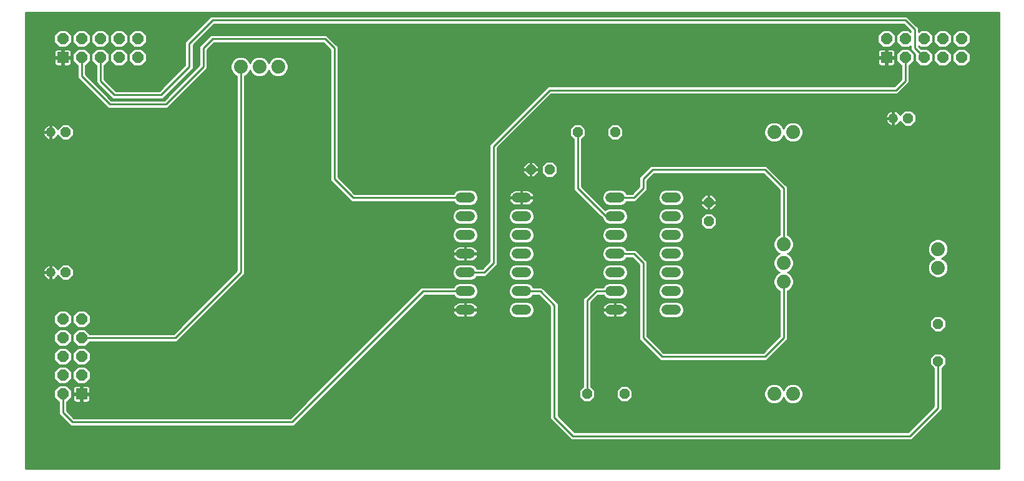
<source format=gbl>
G75*
%MOIN*%
%OFA0B0*%
%FSLAX24Y24*%
%IPPOS*%
%LPD*%
%AMOC8*
5,1,8,0,0,1.08239X$1,22.5*
%
%ADD10C,0.0520*%
%ADD11R,0.0600X0.0600*%
%ADD12OC8,0.0600*%
%ADD13C,0.0740*%
%ADD14OC8,0.0520*%
%ADD15C,0.0520*%
%ADD16C,0.0100*%
D10*
X023840Y009100D02*
X024360Y009100D01*
X024360Y010100D02*
X023840Y010100D01*
X023840Y011100D02*
X024360Y011100D01*
X024360Y012100D02*
X023840Y012100D01*
X023840Y013100D02*
X024360Y013100D01*
X024360Y014100D02*
X023840Y014100D01*
X023840Y015100D02*
X024360Y015100D01*
X026840Y015100D02*
X027360Y015100D01*
X027360Y014100D02*
X026840Y014100D01*
X026840Y013100D02*
X027360Y013100D01*
X027360Y012100D02*
X026840Y012100D01*
X026840Y011100D02*
X027360Y011100D01*
X027360Y010100D02*
X026840Y010100D01*
X026840Y009100D02*
X027360Y009100D01*
X031840Y009100D02*
X032360Y009100D01*
X032360Y010100D02*
X031840Y010100D01*
X031840Y011100D02*
X032360Y011100D01*
X032360Y012100D02*
X031840Y012100D01*
X031840Y013100D02*
X032360Y013100D01*
X032360Y014100D02*
X031840Y014100D01*
X031840Y015100D02*
X032360Y015100D01*
X034840Y015100D02*
X035360Y015100D01*
X035360Y014100D02*
X034840Y014100D01*
X034840Y013100D02*
X035360Y013100D01*
X035360Y012100D02*
X034840Y012100D01*
X034840Y011100D02*
X035360Y011100D01*
X035360Y010100D02*
X034840Y010100D01*
X034840Y009100D02*
X035360Y009100D01*
D11*
X046600Y022600D03*
X003600Y004600D03*
X002600Y022600D03*
D12*
X003600Y022600D03*
X004600Y022600D03*
X005600Y022600D03*
X006600Y022600D03*
X006600Y023600D03*
X005600Y023600D03*
X004600Y023600D03*
X003600Y023600D03*
X002600Y023600D03*
X002600Y008600D03*
X003600Y008600D03*
X003600Y007600D03*
X002600Y007600D03*
X002600Y006600D03*
X003600Y006600D03*
X003600Y005600D03*
X002600Y005600D03*
X002600Y004600D03*
X046600Y023600D03*
X047600Y023600D03*
X048600Y023600D03*
X049600Y023600D03*
X050600Y023600D03*
X050600Y022600D03*
X049600Y022600D03*
X048600Y022600D03*
X047600Y022600D03*
D13*
X041600Y018600D03*
X040600Y018600D03*
X041100Y012600D03*
X041100Y011600D03*
X041100Y010600D03*
X049350Y011350D03*
X049350Y012350D03*
X041600Y004600D03*
X040600Y004600D03*
X014100Y022100D03*
X013100Y022100D03*
X012100Y022100D03*
D14*
X002750Y018600D03*
X002750Y011100D03*
X027600Y016600D03*
X028600Y016600D03*
X030100Y018600D03*
X032100Y018600D03*
X037100Y014850D03*
X037100Y013850D03*
X047750Y019350D03*
X049350Y008350D03*
X049350Y006350D03*
X032600Y004600D03*
X030600Y004600D03*
D15*
X001950Y011100D03*
X001950Y018600D03*
X046950Y019350D03*
D16*
X000600Y025020D02*
X000600Y000600D01*
X052600Y000600D01*
X052600Y025020D01*
X000600Y025020D01*
X000600Y024922D02*
X052600Y024922D01*
X052600Y024824D02*
X000600Y024824D01*
X000600Y024725D02*
X010414Y024725D01*
X010380Y024691D02*
X009130Y023441D01*
X009130Y022191D01*
X007759Y020820D01*
X005441Y020820D01*
X004820Y021441D01*
X004820Y022155D01*
X005070Y022405D01*
X005070Y022795D01*
X004795Y023070D01*
X004405Y023070D01*
X004130Y022795D01*
X004130Y022405D01*
X004380Y022155D01*
X004380Y021259D01*
X005130Y020509D01*
X005259Y020380D01*
X007941Y020380D01*
X009441Y021880D01*
X009570Y022009D01*
X009570Y023259D01*
X010691Y024380D01*
X047509Y024380D01*
X047880Y024009D01*
X047880Y023985D01*
X047795Y024070D01*
X047405Y024070D01*
X047130Y023795D01*
X047130Y023405D01*
X047405Y023130D01*
X047795Y023130D01*
X047880Y023215D01*
X047880Y023009D01*
X048130Y022759D01*
X048130Y022405D01*
X048405Y022130D01*
X048795Y022130D01*
X049070Y022405D01*
X049070Y022795D01*
X048795Y023070D01*
X048441Y023070D01*
X048320Y023191D01*
X048320Y023215D01*
X048405Y023130D01*
X048795Y023130D01*
X049070Y023405D01*
X049070Y023795D01*
X048795Y024070D01*
X048405Y024070D01*
X048320Y023985D01*
X048320Y024191D01*
X048191Y024320D01*
X047691Y024820D01*
X010509Y024820D01*
X010380Y024691D01*
X010315Y024627D02*
X000600Y024627D01*
X000600Y024528D02*
X010217Y024528D01*
X010118Y024430D02*
X000600Y024430D01*
X000600Y024331D02*
X010020Y024331D01*
X009921Y024233D02*
X000600Y024233D01*
X000600Y024134D02*
X009823Y024134D01*
X009724Y024036D02*
X006829Y024036D01*
X006795Y024070D02*
X006405Y024070D01*
X006130Y023795D01*
X006130Y023405D01*
X006405Y023130D01*
X006795Y023130D01*
X007070Y023405D01*
X007070Y023795D01*
X006795Y024070D01*
X006928Y023937D02*
X009626Y023937D01*
X009527Y023839D02*
X007026Y023839D01*
X007070Y023740D02*
X009429Y023740D01*
X009330Y023642D02*
X007070Y023642D01*
X007070Y023543D02*
X009232Y023543D01*
X009133Y023445D02*
X007070Y023445D01*
X007011Y023346D02*
X009130Y023346D01*
X009130Y023248D02*
X006912Y023248D01*
X006814Y023149D02*
X009130Y023149D01*
X009130Y023051D02*
X006814Y023051D01*
X006795Y023070D02*
X006405Y023070D01*
X006130Y022795D01*
X006130Y022405D01*
X006405Y022130D01*
X006795Y022130D01*
X007070Y022405D01*
X007070Y022795D01*
X006795Y023070D01*
X006913Y022952D02*
X009130Y022952D01*
X009130Y022854D02*
X007011Y022854D01*
X007070Y022755D02*
X009130Y022755D01*
X009130Y022657D02*
X007070Y022657D01*
X007070Y022558D02*
X009130Y022558D01*
X009130Y022460D02*
X007070Y022460D01*
X007026Y022361D02*
X009130Y022361D01*
X009130Y022263D02*
X006927Y022263D01*
X006829Y022164D02*
X009103Y022164D01*
X009004Y022066D02*
X004820Y022066D01*
X004829Y022164D02*
X005371Y022164D01*
X005405Y022130D02*
X005795Y022130D01*
X006070Y022405D01*
X006070Y022795D01*
X005795Y023070D01*
X005405Y023070D01*
X005130Y022795D01*
X005130Y022405D01*
X005405Y022130D01*
X005273Y022263D02*
X004927Y022263D01*
X005026Y022361D02*
X005174Y022361D01*
X005130Y022460D02*
X005070Y022460D01*
X005070Y022558D02*
X005130Y022558D01*
X005130Y022657D02*
X005070Y022657D01*
X005070Y022755D02*
X005130Y022755D01*
X005189Y022854D02*
X005011Y022854D01*
X004913Y022952D02*
X005287Y022952D01*
X005386Y023051D02*
X004814Y023051D01*
X004795Y023130D02*
X005070Y023405D01*
X005070Y023795D01*
X004795Y024070D01*
X004405Y024070D01*
X004130Y023795D01*
X004130Y023405D01*
X004405Y023130D01*
X004795Y023130D01*
X004814Y023149D02*
X005386Y023149D01*
X005405Y023130D02*
X005795Y023130D01*
X006070Y023405D01*
X006070Y023795D01*
X005795Y024070D01*
X005405Y024070D01*
X005130Y023795D01*
X005130Y023405D01*
X005405Y023130D01*
X005288Y023248D02*
X004912Y023248D01*
X005011Y023346D02*
X005189Y023346D01*
X005130Y023445D02*
X005070Y023445D01*
X005070Y023543D02*
X005130Y023543D01*
X005130Y023642D02*
X005070Y023642D01*
X005070Y023740D02*
X005130Y023740D01*
X005174Y023839D02*
X005026Y023839D01*
X004928Y023937D02*
X005272Y023937D01*
X005371Y024036D02*
X004829Y024036D01*
X004371Y024036D02*
X003829Y024036D01*
X003795Y024070D02*
X003405Y024070D01*
X003130Y023795D01*
X003130Y023405D01*
X003405Y023130D01*
X003795Y023130D01*
X004070Y023405D01*
X004070Y023795D01*
X003795Y024070D01*
X003928Y023937D02*
X004272Y023937D01*
X004174Y023839D02*
X004026Y023839D01*
X004070Y023740D02*
X004130Y023740D01*
X004130Y023642D02*
X004070Y023642D01*
X004070Y023543D02*
X004130Y023543D01*
X004130Y023445D02*
X004070Y023445D01*
X004011Y023346D02*
X004189Y023346D01*
X004288Y023248D02*
X003912Y023248D01*
X003814Y023149D02*
X004386Y023149D01*
X004386Y023051D02*
X003814Y023051D01*
X003795Y023070D02*
X003405Y023070D01*
X003130Y022795D01*
X003130Y022405D01*
X003380Y022155D01*
X003380Y021509D01*
X004880Y020009D01*
X005009Y019880D01*
X008191Y019880D01*
X010191Y021880D01*
X010320Y022009D01*
X010320Y023009D01*
X010691Y023380D01*
X016509Y023380D01*
X016880Y023009D01*
X016880Y016009D01*
X017880Y015009D01*
X018009Y014880D01*
X023466Y014880D01*
X023475Y014856D01*
X023596Y014735D01*
X023754Y014670D01*
X024446Y014670D01*
X024604Y014735D01*
X024725Y014856D01*
X024790Y015014D01*
X024790Y015186D01*
X024725Y015344D01*
X024604Y015465D01*
X024446Y015530D01*
X023754Y015530D01*
X023596Y015465D01*
X023475Y015344D01*
X023466Y015320D01*
X018191Y015320D01*
X017320Y016191D01*
X017320Y023191D01*
X017191Y023320D01*
X016691Y023820D01*
X010509Y023820D01*
X010380Y023691D01*
X009880Y023191D01*
X009880Y022191D01*
X008009Y020320D01*
X005191Y020320D01*
X003820Y021691D01*
X003820Y022155D01*
X004070Y022405D01*
X004070Y022795D01*
X003795Y023070D01*
X003913Y022952D02*
X004287Y022952D01*
X004189Y022854D02*
X004011Y022854D01*
X004070Y022755D02*
X004130Y022755D01*
X004130Y022657D02*
X004070Y022657D01*
X004070Y022558D02*
X004130Y022558D01*
X004130Y022460D02*
X004070Y022460D01*
X004026Y022361D02*
X004174Y022361D01*
X004273Y022263D02*
X003927Y022263D01*
X003829Y022164D02*
X004371Y022164D01*
X004380Y022066D02*
X003820Y022066D01*
X003820Y021967D02*
X004380Y021967D01*
X004380Y021869D02*
X003820Y021869D01*
X003820Y021770D02*
X004380Y021770D01*
X004380Y021672D02*
X003840Y021672D01*
X003938Y021573D02*
X004380Y021573D01*
X004380Y021475D02*
X004037Y021475D01*
X004135Y021376D02*
X004380Y021376D01*
X004380Y021278D02*
X004234Y021278D01*
X004332Y021179D02*
X004460Y021179D01*
X004431Y021081D02*
X004558Y021081D01*
X004529Y020982D02*
X004657Y020982D01*
X004628Y020884D02*
X004755Y020884D01*
X004726Y020785D02*
X004854Y020785D01*
X004825Y020687D02*
X004952Y020687D01*
X004923Y020588D02*
X005051Y020588D01*
X005022Y020490D02*
X005149Y020490D01*
X005120Y020391D02*
X005248Y020391D01*
X005350Y020600D02*
X007850Y020600D01*
X009350Y022100D01*
X009350Y023350D01*
X010600Y024600D01*
X047600Y024600D01*
X048100Y024100D01*
X048100Y023100D01*
X048600Y022600D01*
X048273Y022263D02*
X047927Y022263D01*
X048026Y022361D02*
X048174Y022361D01*
X048130Y022460D02*
X048070Y022460D01*
X048070Y022405D02*
X047820Y022155D01*
X047820Y021259D01*
X047320Y020759D01*
X047191Y020630D01*
X028691Y020630D01*
X025820Y017759D01*
X025820Y011509D01*
X025320Y011009D01*
X025191Y010880D01*
X024734Y010880D01*
X024725Y010856D01*
X024604Y010735D01*
X024446Y010670D01*
X023754Y010670D01*
X023596Y010735D01*
X023475Y010856D01*
X023410Y011014D01*
X023410Y011186D01*
X023475Y011344D01*
X023596Y011465D01*
X023754Y011530D01*
X024446Y011530D01*
X024604Y011465D01*
X024725Y011344D01*
X024734Y011320D01*
X025009Y011320D01*
X025380Y011691D01*
X025380Y017941D01*
X025509Y018070D01*
X028509Y021070D01*
X047009Y021070D01*
X047380Y021441D01*
X047380Y022155D01*
X047130Y022405D01*
X047130Y022795D01*
X047405Y023070D01*
X047795Y023070D01*
X048070Y022795D01*
X048070Y022405D01*
X048070Y022558D02*
X048130Y022558D01*
X048130Y022657D02*
X048070Y022657D01*
X048070Y022755D02*
X048130Y022755D01*
X048035Y022854D02*
X048011Y022854D01*
X047937Y022952D02*
X047913Y022952D01*
X047880Y023051D02*
X047814Y023051D01*
X047814Y023149D02*
X047880Y023149D01*
X048362Y023149D02*
X048386Y023149D01*
X048814Y023149D02*
X049386Y023149D01*
X049405Y023130D02*
X049795Y023130D01*
X050070Y023405D01*
X050070Y023795D01*
X049795Y024070D01*
X049405Y024070D01*
X049130Y023795D01*
X049130Y023405D01*
X049405Y023130D01*
X049405Y023070D02*
X049130Y022795D01*
X049130Y022405D01*
X049405Y022130D01*
X049795Y022130D01*
X050070Y022405D01*
X050070Y022795D01*
X049795Y023070D01*
X049405Y023070D01*
X049386Y023051D02*
X048814Y023051D01*
X048913Y022952D02*
X049287Y022952D01*
X049189Y022854D02*
X049011Y022854D01*
X049070Y022755D02*
X049130Y022755D01*
X049130Y022657D02*
X049070Y022657D01*
X049070Y022558D02*
X049130Y022558D01*
X049130Y022460D02*
X049070Y022460D01*
X049026Y022361D02*
X049174Y022361D01*
X049273Y022263D02*
X048927Y022263D01*
X048829Y022164D02*
X049371Y022164D01*
X049829Y022164D02*
X050371Y022164D01*
X050405Y022130D02*
X050795Y022130D01*
X051070Y022405D01*
X051070Y022795D01*
X050795Y023070D01*
X050405Y023070D01*
X050130Y022795D01*
X050130Y022405D01*
X050405Y022130D01*
X050273Y022263D02*
X049927Y022263D01*
X050026Y022361D02*
X050174Y022361D01*
X050130Y022460D02*
X050070Y022460D01*
X050070Y022558D02*
X050130Y022558D01*
X050130Y022657D02*
X050070Y022657D01*
X050070Y022755D02*
X050130Y022755D01*
X050189Y022854D02*
X050011Y022854D01*
X049913Y022952D02*
X050287Y022952D01*
X050386Y023051D02*
X049814Y023051D01*
X049814Y023149D02*
X050386Y023149D01*
X050405Y023130D02*
X050795Y023130D01*
X051070Y023405D01*
X051070Y023795D01*
X050795Y024070D01*
X050405Y024070D01*
X050130Y023795D01*
X050130Y023405D01*
X050405Y023130D01*
X050288Y023248D02*
X049912Y023248D01*
X050011Y023346D02*
X050189Y023346D01*
X050130Y023445D02*
X050070Y023445D01*
X050070Y023543D02*
X050130Y023543D01*
X050130Y023642D02*
X050070Y023642D01*
X050070Y023740D02*
X050130Y023740D01*
X050174Y023839D02*
X050026Y023839D01*
X049928Y023937D02*
X050272Y023937D01*
X050371Y024036D02*
X049829Y024036D01*
X049371Y024036D02*
X048829Y024036D01*
X048928Y023937D02*
X049272Y023937D01*
X049174Y023839D02*
X049026Y023839D01*
X049070Y023740D02*
X049130Y023740D01*
X049130Y023642D02*
X049070Y023642D01*
X049070Y023543D02*
X049130Y023543D01*
X049130Y023445D02*
X049070Y023445D01*
X049011Y023346D02*
X049189Y023346D01*
X049288Y023248D02*
X048912Y023248D01*
X047600Y022600D02*
X047600Y021350D01*
X047100Y020850D01*
X028600Y020850D01*
X025600Y017850D01*
X025600Y011600D01*
X025100Y011100D01*
X024100Y011100D01*
X024641Y011428D02*
X025116Y011428D01*
X025215Y011526D02*
X024455Y011526D01*
X024456Y011700D02*
X024517Y011720D01*
X024575Y011749D01*
X024627Y011787D01*
X024673Y011833D01*
X024711Y011885D01*
X024740Y011943D01*
X024760Y012004D01*
X024770Y012068D01*
X024770Y012070D01*
X024130Y012070D01*
X024130Y012130D01*
X024070Y012130D01*
X024070Y012510D01*
X023808Y012510D01*
X023744Y012500D01*
X023683Y012480D01*
X023625Y012451D01*
X023573Y012413D01*
X023527Y012367D01*
X023489Y012315D01*
X023460Y012257D01*
X023440Y012196D01*
X023430Y012132D01*
X023430Y012130D01*
X024070Y012130D01*
X024070Y012070D01*
X024130Y012070D01*
X024130Y011690D01*
X024392Y011690D01*
X024456Y011700D01*
X024523Y011723D02*
X025380Y011723D01*
X025380Y011822D02*
X024661Y011822D01*
X024728Y011920D02*
X025380Y011920D01*
X025380Y012019D02*
X024762Y012019D01*
X024770Y012130D02*
X024770Y012132D01*
X024760Y012196D01*
X024740Y012257D01*
X024711Y012315D01*
X024673Y012367D01*
X024627Y012413D01*
X024575Y012451D01*
X024517Y012480D01*
X024456Y012500D01*
X024392Y012510D01*
X024130Y012510D01*
X024130Y012130D01*
X024770Y012130D01*
X024754Y012216D02*
X025380Y012216D01*
X025380Y012314D02*
X024711Y012314D01*
X024627Y012413D02*
X025380Y012413D01*
X025380Y012511D02*
X012320Y012511D01*
X012320Y012413D02*
X023573Y012413D01*
X023489Y012314D02*
X012320Y012314D01*
X012320Y012216D02*
X023446Y012216D01*
X023430Y012070D02*
X023430Y012068D01*
X023440Y012004D01*
X023460Y011943D01*
X023489Y011885D01*
X023527Y011833D01*
X023573Y011787D01*
X023625Y011749D01*
X023683Y011720D01*
X023744Y011700D01*
X023808Y011690D01*
X024070Y011690D01*
X024070Y012070D01*
X023430Y012070D01*
X023438Y012019D02*
X012320Y012019D01*
X012320Y012117D02*
X024070Y012117D01*
X024130Y012117D02*
X025380Y012117D01*
X025820Y012117D02*
X026410Y012117D01*
X026410Y012186D02*
X026410Y012014D01*
X026475Y011856D01*
X026596Y011735D01*
X026754Y011670D01*
X027446Y011670D01*
X027604Y011735D01*
X027725Y011856D01*
X027790Y012014D01*
X027790Y012186D01*
X027725Y012344D01*
X027604Y012465D01*
X027446Y012530D01*
X026754Y012530D01*
X026596Y012465D01*
X026475Y012344D01*
X026410Y012186D01*
X026422Y012216D02*
X025820Y012216D01*
X025820Y012314D02*
X026463Y012314D01*
X026544Y012413D02*
X025820Y012413D01*
X025820Y012511D02*
X026709Y012511D01*
X026754Y012670D02*
X027446Y012670D01*
X027604Y012735D01*
X027725Y012856D01*
X027790Y013014D01*
X027790Y013186D01*
X027725Y013344D01*
X027604Y013465D01*
X027446Y013530D01*
X026754Y013530D01*
X026596Y013465D01*
X026475Y013344D01*
X026410Y013186D01*
X026410Y013014D01*
X026475Y012856D01*
X026596Y012735D01*
X026754Y012670D01*
X026663Y012708D02*
X025820Y012708D01*
X025820Y012610D02*
X040560Y012610D01*
X040560Y012707D02*
X040560Y012493D01*
X040642Y012294D01*
X040794Y012142D01*
X040896Y012100D01*
X040794Y012058D01*
X040642Y011906D01*
X040560Y011707D01*
X040560Y011493D01*
X040642Y011294D01*
X040794Y011142D01*
X040896Y011100D01*
X040794Y011058D01*
X040642Y010906D01*
X040560Y010707D01*
X040560Y010493D01*
X040642Y010294D01*
X040794Y010142D01*
X040880Y010107D01*
X040880Y007691D01*
X040009Y006820D01*
X034691Y006820D01*
X033820Y007691D01*
X033820Y011691D01*
X033691Y011820D01*
X033320Y012191D01*
X033320Y012191D01*
X033191Y012320D01*
X032734Y012320D01*
X032725Y012344D01*
X032604Y012465D01*
X032446Y012530D01*
X031754Y012530D01*
X031596Y012465D01*
X031475Y012344D01*
X031410Y012186D01*
X031410Y012014D01*
X031475Y011856D01*
X031596Y011735D01*
X031754Y011670D01*
X032446Y011670D01*
X032604Y011735D01*
X032725Y011856D01*
X032734Y011880D01*
X033009Y011880D01*
X033380Y011509D01*
X033380Y007509D01*
X034380Y006509D01*
X034509Y006380D01*
X040191Y006380D01*
X041191Y007380D01*
X041320Y007509D01*
X041320Y010107D01*
X041406Y010142D01*
X041558Y010294D01*
X041640Y010493D01*
X041640Y010707D01*
X041558Y010906D01*
X041406Y011058D01*
X041304Y011100D01*
X041406Y011142D01*
X041558Y011294D01*
X041640Y011493D01*
X041640Y011707D01*
X041558Y011906D01*
X041406Y012058D01*
X041304Y012100D01*
X041406Y012142D01*
X041558Y012294D01*
X041640Y012493D01*
X041640Y012707D01*
X041558Y012906D01*
X041406Y013058D01*
X041320Y013093D01*
X041320Y015691D01*
X041191Y015820D01*
X040191Y016820D01*
X034009Y016820D01*
X033880Y016691D01*
X033380Y016191D01*
X033380Y015691D01*
X033009Y015320D01*
X032734Y015320D01*
X032725Y015344D01*
X032604Y015465D01*
X032446Y015530D01*
X031754Y015530D01*
X031596Y015465D01*
X031475Y015344D01*
X031410Y015186D01*
X031410Y015014D01*
X031475Y014856D01*
X031596Y014735D01*
X031754Y014670D01*
X032446Y014670D01*
X032604Y014735D01*
X032725Y014856D01*
X032734Y014880D01*
X033191Y014880D01*
X033691Y015380D01*
X033820Y015509D01*
X033820Y016009D01*
X034191Y016380D01*
X040009Y016380D01*
X040880Y015509D01*
X040880Y013093D01*
X040794Y013058D01*
X040642Y012906D01*
X040560Y012707D01*
X040560Y012708D02*
X035537Y012708D01*
X035604Y012735D02*
X035725Y012856D01*
X035790Y013014D01*
X035790Y013186D01*
X035725Y013344D01*
X035604Y013465D01*
X035446Y013530D01*
X034754Y013530D01*
X034596Y013465D01*
X034475Y013344D01*
X034410Y013186D01*
X034410Y013014D01*
X034475Y012856D01*
X034596Y012735D01*
X034754Y012670D01*
X035446Y012670D01*
X035604Y012735D01*
X035675Y012807D02*
X040601Y012807D01*
X040642Y012905D02*
X035745Y012905D01*
X035785Y013004D02*
X040740Y013004D01*
X040880Y013102D02*
X035790Y013102D01*
X035784Y013201D02*
X040880Y013201D01*
X040880Y013299D02*
X035743Y013299D01*
X035671Y013398D02*
X040880Y013398D01*
X040880Y013496D02*
X037354Y013496D01*
X037278Y013420D02*
X037530Y013672D01*
X037530Y014028D01*
X037278Y014280D01*
X036922Y014280D01*
X036670Y014028D01*
X036670Y013672D01*
X036922Y013420D01*
X037278Y013420D01*
X037453Y013595D02*
X040880Y013595D01*
X040880Y013693D02*
X037530Y013693D01*
X037530Y013792D02*
X040880Y013792D01*
X040880Y013890D02*
X037530Y013890D01*
X037530Y013989D02*
X040880Y013989D01*
X040880Y014087D02*
X037471Y014087D01*
X037373Y014186D02*
X040880Y014186D01*
X040880Y014284D02*
X035749Y014284D01*
X035725Y014344D02*
X035790Y014186D01*
X036827Y014186D01*
X036729Y014087D02*
X035790Y014087D01*
X035790Y014014D02*
X035790Y014186D01*
X035725Y014344D02*
X035604Y014465D01*
X035446Y014530D01*
X034754Y014530D01*
X034596Y014465D01*
X034475Y014344D01*
X034410Y014186D01*
X032790Y014186D01*
X032725Y014344D01*
X032604Y014465D01*
X032446Y014530D01*
X031754Y014530D01*
X031596Y014465D01*
X031572Y014440D01*
X030320Y015691D01*
X030320Y018212D01*
X030530Y018422D01*
X030530Y018778D01*
X030278Y019030D01*
X029922Y019030D01*
X029670Y018778D01*
X029670Y018422D01*
X029880Y018212D01*
X029880Y015509D01*
X030009Y015380D01*
X031435Y013954D01*
X031475Y013856D01*
X031596Y013735D01*
X031754Y013670D01*
X032446Y013670D01*
X032604Y013735D01*
X032725Y013856D01*
X032790Y014014D01*
X032790Y014186D01*
X032790Y014087D02*
X034410Y014087D01*
X034410Y014014D02*
X034410Y014186D01*
X034451Y014284D02*
X032749Y014284D01*
X032686Y014383D02*
X034514Y014383D01*
X034636Y014481D02*
X032564Y014481D01*
X032465Y014678D02*
X034735Y014678D01*
X034754Y014670D02*
X034596Y014735D01*
X034475Y014856D01*
X034410Y015014D01*
X034410Y015186D01*
X034475Y015344D01*
X034596Y015465D01*
X034754Y015530D01*
X035446Y015530D01*
X035604Y015465D01*
X035725Y015344D01*
X035790Y015186D01*
X035790Y015014D01*
X035725Y014856D01*
X035604Y014735D01*
X035446Y014670D01*
X034754Y014670D01*
X034555Y014777D02*
X032645Y014777D01*
X032732Y014875D02*
X034468Y014875D01*
X034427Y014974D02*
X033285Y014974D01*
X033383Y015072D02*
X034410Y015072D01*
X034410Y015171D02*
X033482Y015171D01*
X033580Y015269D02*
X034445Y015269D01*
X034499Y015368D02*
X033679Y015368D01*
X033777Y015466D02*
X034600Y015466D01*
X035600Y015466D02*
X040880Y015466D01*
X040880Y015368D02*
X035701Y015368D01*
X035755Y015269D02*
X040880Y015269D01*
X040880Y015171D02*
X037359Y015171D01*
X037270Y015260D02*
X037130Y015260D01*
X037130Y014880D01*
X037070Y014880D01*
X037070Y015260D01*
X036930Y015260D01*
X036690Y015020D01*
X036690Y014880D01*
X037070Y014880D01*
X037070Y014820D01*
X036690Y014820D01*
X036690Y014680D01*
X036930Y014440D01*
X037070Y014440D01*
X037070Y014820D01*
X037130Y014820D01*
X037130Y014880D01*
X037510Y014880D01*
X037510Y015020D01*
X037270Y015260D01*
X037130Y015171D02*
X037070Y015171D01*
X037070Y015072D02*
X037130Y015072D01*
X037130Y014974D02*
X037070Y014974D01*
X037070Y014875D02*
X035732Y014875D01*
X035773Y014974D02*
X036690Y014974D01*
X036742Y015072D02*
X035790Y015072D01*
X035790Y015171D02*
X036841Y015171D01*
X037130Y014875D02*
X040880Y014875D01*
X040880Y014777D02*
X037510Y014777D01*
X037510Y014820D02*
X037130Y014820D01*
X037130Y014440D01*
X037270Y014440D01*
X037510Y014680D01*
X037510Y014820D01*
X037508Y014678D02*
X040880Y014678D01*
X040880Y014580D02*
X037409Y014580D01*
X037311Y014481D02*
X040880Y014481D01*
X040880Y014383D02*
X035686Y014383D01*
X035564Y014481D02*
X036889Y014481D01*
X036791Y014580D02*
X031432Y014580D01*
X031333Y014678D02*
X031735Y014678D01*
X031555Y014777D02*
X031235Y014777D01*
X031136Y014875D02*
X031468Y014875D01*
X031427Y014974D02*
X031038Y014974D01*
X030939Y015072D02*
X031410Y015072D01*
X031410Y015171D02*
X030841Y015171D01*
X030742Y015269D02*
X031445Y015269D01*
X031499Y015368D02*
X030644Y015368D01*
X030545Y015466D02*
X031600Y015466D01*
X032100Y015100D02*
X033100Y015100D01*
X033600Y015600D01*
X033600Y016100D01*
X034100Y016600D01*
X040100Y016600D01*
X041100Y015600D01*
X041100Y012600D01*
X041599Y012807D02*
X049043Y012807D01*
X049044Y012808D02*
X048892Y012656D01*
X048810Y012457D01*
X048810Y012243D01*
X048892Y012044D01*
X049044Y011892D01*
X049146Y011850D01*
X049044Y011808D01*
X048892Y011656D01*
X048810Y011457D01*
X048810Y011243D01*
X048892Y011044D01*
X049044Y010892D01*
X049243Y010810D01*
X049457Y010810D01*
X049656Y010892D01*
X049808Y011044D01*
X049890Y011243D01*
X049890Y011457D01*
X049808Y011656D01*
X049656Y011808D01*
X049554Y011850D01*
X049656Y011892D01*
X049808Y012044D01*
X049890Y012243D01*
X049890Y012457D01*
X049808Y012656D01*
X049656Y012808D01*
X049457Y012890D01*
X049243Y012890D01*
X049044Y012808D01*
X048944Y012708D02*
X041640Y012708D01*
X041640Y012610D02*
X048873Y012610D01*
X048832Y012511D02*
X041640Y012511D01*
X041607Y012413D02*
X048810Y012413D01*
X048810Y012314D02*
X041566Y012314D01*
X041479Y012216D02*
X048821Y012216D01*
X048862Y012117D02*
X041345Y012117D01*
X041445Y012019D02*
X048918Y012019D01*
X049016Y011920D02*
X041544Y011920D01*
X041593Y011822D02*
X049077Y011822D01*
X048959Y011723D02*
X041634Y011723D01*
X041640Y011625D02*
X048879Y011625D01*
X048838Y011526D02*
X041640Y011526D01*
X041613Y011428D02*
X048810Y011428D01*
X048810Y011329D02*
X041572Y011329D01*
X041494Y011231D02*
X048815Y011231D01*
X048856Y011132D02*
X041381Y011132D01*
X041430Y011034D02*
X048903Y011034D01*
X049001Y010935D02*
X041529Y010935D01*
X041587Y010837D02*
X049179Y010837D01*
X049521Y010837D02*
X052600Y010837D01*
X052600Y010935D02*
X049699Y010935D01*
X049797Y011034D02*
X052600Y011034D01*
X052600Y011132D02*
X049844Y011132D01*
X049885Y011231D02*
X052600Y011231D01*
X052600Y011329D02*
X049890Y011329D01*
X049890Y011428D02*
X052600Y011428D01*
X052600Y011526D02*
X049862Y011526D01*
X049821Y011625D02*
X052600Y011625D01*
X052600Y011723D02*
X049741Y011723D01*
X049623Y011822D02*
X052600Y011822D01*
X052600Y011920D02*
X049684Y011920D01*
X049782Y012019D02*
X052600Y012019D01*
X052600Y012117D02*
X049838Y012117D01*
X049879Y012216D02*
X052600Y012216D01*
X052600Y012314D02*
X049890Y012314D01*
X049890Y012413D02*
X052600Y012413D01*
X052600Y012511D02*
X049868Y012511D01*
X049827Y012610D02*
X052600Y012610D01*
X052600Y012708D02*
X049756Y012708D01*
X049657Y012807D02*
X052600Y012807D01*
X052600Y012905D02*
X041558Y012905D01*
X041460Y013004D02*
X052600Y013004D01*
X052600Y013102D02*
X041320Y013102D01*
X041320Y013201D02*
X052600Y013201D01*
X052600Y013299D02*
X041320Y013299D01*
X041320Y013398D02*
X052600Y013398D01*
X052600Y013496D02*
X041320Y013496D01*
X041320Y013595D02*
X052600Y013595D01*
X052600Y013693D02*
X041320Y013693D01*
X041320Y013792D02*
X052600Y013792D01*
X052600Y013890D02*
X041320Y013890D01*
X041320Y013989D02*
X052600Y013989D01*
X052600Y014087D02*
X041320Y014087D01*
X041320Y014186D02*
X052600Y014186D01*
X052600Y014284D02*
X041320Y014284D01*
X041320Y014383D02*
X052600Y014383D01*
X052600Y014481D02*
X041320Y014481D01*
X041320Y014580D02*
X052600Y014580D01*
X052600Y014678D02*
X041320Y014678D01*
X041320Y014777D02*
X052600Y014777D01*
X052600Y014875D02*
X041320Y014875D01*
X041320Y014974D02*
X052600Y014974D01*
X052600Y015072D02*
X041320Y015072D01*
X041320Y015171D02*
X052600Y015171D01*
X052600Y015269D02*
X041320Y015269D01*
X041320Y015368D02*
X052600Y015368D01*
X052600Y015466D02*
X041320Y015466D01*
X041320Y015565D02*
X052600Y015565D01*
X052600Y015663D02*
X041320Y015663D01*
X041250Y015762D02*
X052600Y015762D01*
X052600Y015860D02*
X041151Y015860D01*
X041053Y015959D02*
X052600Y015959D01*
X052600Y016057D02*
X040954Y016057D01*
X040856Y016156D02*
X052600Y016156D01*
X052600Y016254D02*
X040757Y016254D01*
X040659Y016353D02*
X052600Y016353D01*
X052600Y016451D02*
X040560Y016451D01*
X040462Y016550D02*
X052600Y016550D01*
X052600Y016648D02*
X040363Y016648D01*
X040265Y016747D02*
X052600Y016747D01*
X052600Y016845D02*
X030320Y016845D01*
X030320Y016747D02*
X033935Y016747D01*
X033837Y016648D02*
X030320Y016648D01*
X030320Y016550D02*
X033738Y016550D01*
X033640Y016451D02*
X030320Y016451D01*
X030320Y016353D02*
X033541Y016353D01*
X033443Y016254D02*
X030320Y016254D01*
X030320Y016156D02*
X033380Y016156D01*
X033380Y016057D02*
X030320Y016057D01*
X030320Y015959D02*
X033380Y015959D01*
X033380Y015860D02*
X030320Y015860D01*
X030320Y015762D02*
X033380Y015762D01*
X033352Y015663D02*
X030348Y015663D01*
X030447Y015565D02*
X033253Y015565D01*
X033155Y015466D02*
X032600Y015466D01*
X032701Y015368D02*
X033056Y015368D01*
X033820Y015565D02*
X040824Y015565D01*
X040726Y015663D02*
X033820Y015663D01*
X033820Y015762D02*
X040627Y015762D01*
X040529Y015860D02*
X033820Y015860D01*
X033820Y015959D02*
X040430Y015959D01*
X040332Y016057D02*
X033868Y016057D01*
X033967Y016156D02*
X040233Y016156D01*
X040135Y016254D02*
X034065Y016254D01*
X034164Y016353D02*
X040036Y016353D01*
X040880Y015072D02*
X037458Y015072D01*
X037510Y014974D02*
X040880Y014974D01*
X037130Y014777D02*
X037070Y014777D01*
X037070Y014678D02*
X037130Y014678D01*
X037130Y014580D02*
X037070Y014580D01*
X037070Y014481D02*
X037130Y014481D01*
X036692Y014678D02*
X035465Y014678D01*
X035645Y014777D02*
X036690Y014777D01*
X036670Y013989D02*
X035779Y013989D01*
X035790Y014014D02*
X035725Y013856D01*
X035604Y013735D01*
X035446Y013670D01*
X034754Y013670D01*
X034596Y013735D01*
X034475Y013856D01*
X034410Y014014D01*
X034421Y013989D02*
X032779Y013989D01*
X032738Y013890D02*
X034462Y013890D01*
X034540Y013792D02*
X032660Y013792D01*
X032501Y013693D02*
X034699Y013693D01*
X034672Y013496D02*
X032528Y013496D01*
X032604Y013465D02*
X032446Y013530D01*
X031754Y013530D01*
X031596Y013465D01*
X031475Y013344D01*
X031410Y013186D01*
X031410Y013014D01*
X031475Y012856D01*
X031596Y012735D01*
X031754Y012670D01*
X032446Y012670D01*
X032604Y012735D01*
X032725Y012856D01*
X032790Y013014D01*
X032790Y013186D01*
X032725Y013344D01*
X032604Y013465D01*
X032671Y013398D02*
X034529Y013398D01*
X034457Y013299D02*
X032743Y013299D01*
X032784Y013201D02*
X034416Y013201D01*
X034410Y013102D02*
X032790Y013102D01*
X032785Y013004D02*
X034415Y013004D01*
X034455Y012905D02*
X032745Y012905D01*
X032675Y012807D02*
X034525Y012807D01*
X034663Y012708D02*
X032537Y012708D01*
X032491Y012511D02*
X034709Y012511D01*
X034754Y012530D02*
X034596Y012465D01*
X034475Y012344D01*
X034410Y012186D01*
X034410Y012014D01*
X034475Y011856D01*
X034596Y011735D01*
X034754Y011670D01*
X035446Y011670D01*
X035604Y011735D01*
X035725Y011856D01*
X035790Y012014D01*
X035790Y012186D01*
X035725Y012344D01*
X035604Y012465D01*
X035446Y012530D01*
X034754Y012530D01*
X034544Y012413D02*
X032656Y012413D01*
X033100Y012100D02*
X032100Y012100D01*
X031709Y012511D02*
X027491Y012511D01*
X027656Y012413D02*
X031544Y012413D01*
X031463Y012314D02*
X027737Y012314D01*
X027778Y012216D02*
X031422Y012216D01*
X031410Y012117D02*
X027790Y012117D01*
X027790Y012019D02*
X031410Y012019D01*
X031449Y011920D02*
X027751Y011920D01*
X027690Y011822D02*
X031510Y011822D01*
X031626Y011723D02*
X027574Y011723D01*
X027455Y011526D02*
X031745Y011526D01*
X031754Y011530D02*
X031596Y011465D01*
X031475Y011344D01*
X031410Y011186D01*
X031410Y011014D01*
X031475Y010856D01*
X031596Y010735D01*
X031754Y010670D01*
X032446Y010670D01*
X032604Y010735D01*
X032725Y010856D01*
X032790Y011014D01*
X032790Y011186D01*
X032725Y011344D01*
X032604Y011465D01*
X032446Y011530D01*
X031754Y011530D01*
X031559Y011428D02*
X027641Y011428D01*
X027604Y011465D02*
X027446Y011530D01*
X026754Y011530D01*
X026596Y011465D01*
X026475Y011344D01*
X026410Y011186D01*
X026410Y011014D01*
X026475Y010856D01*
X026596Y010735D01*
X026754Y010670D01*
X027446Y010670D01*
X027604Y010735D01*
X027725Y010856D01*
X027790Y011014D01*
X027790Y011186D01*
X027725Y011344D01*
X027604Y011465D01*
X027731Y011329D02*
X031469Y011329D01*
X031429Y011231D02*
X027771Y011231D01*
X027790Y011132D02*
X031410Y011132D01*
X031410Y011034D02*
X027790Y011034D01*
X027757Y010935D02*
X031443Y010935D01*
X031495Y010837D02*
X027705Y010837D01*
X027606Y010738D02*
X031594Y010738D01*
X031754Y010530D02*
X031596Y010465D01*
X031475Y010344D01*
X031466Y010320D01*
X031009Y010320D01*
X030509Y009820D01*
X030380Y009691D01*
X030380Y004988D01*
X030170Y004778D01*
X030170Y004422D01*
X030422Y004170D01*
X030778Y004170D01*
X031030Y004422D01*
X031030Y004778D01*
X030820Y004988D01*
X030820Y009509D01*
X031191Y009880D01*
X031466Y009880D01*
X031475Y009856D01*
X031596Y009735D01*
X031754Y009670D01*
X032446Y009670D01*
X032604Y009735D01*
X032725Y009856D01*
X032790Y010014D01*
X032790Y010186D01*
X032725Y010344D01*
X032604Y010465D01*
X032446Y010530D01*
X031754Y010530D01*
X031574Y010443D02*
X027626Y010443D01*
X027604Y010465D02*
X027446Y010530D01*
X026754Y010530D01*
X026596Y010465D01*
X026475Y010344D01*
X026410Y010186D01*
X026410Y010014D01*
X026475Y009856D01*
X026596Y009735D01*
X026754Y009670D01*
X027446Y009670D01*
X027604Y009735D01*
X027725Y009856D01*
X027734Y009880D01*
X028009Y009880D01*
X028630Y009259D01*
X028630Y003259D01*
X029630Y002259D01*
X029759Y002130D01*
X047941Y002130D01*
X049441Y003630D01*
X049570Y003759D01*
X049570Y005962D01*
X049780Y006172D01*
X049780Y006528D01*
X049528Y006780D01*
X049172Y006780D01*
X048920Y006528D01*
X048920Y006172D01*
X049130Y005962D01*
X049130Y003941D01*
X047759Y002570D01*
X029941Y002570D01*
X029070Y003441D01*
X029070Y009441D01*
X028941Y009570D01*
X028191Y010320D01*
X027734Y010320D01*
X027725Y010344D01*
X027604Y010465D01*
X027724Y010344D02*
X031476Y010344D01*
X031100Y010100D02*
X030600Y009600D01*
X030600Y004600D01*
X031030Y004631D02*
X032170Y004631D01*
X032170Y004533D02*
X031030Y004533D01*
X031030Y004434D02*
X032170Y004434D01*
X032170Y004422D02*
X032422Y004170D01*
X032778Y004170D01*
X033030Y004422D01*
X033030Y004778D01*
X032778Y005030D01*
X032422Y005030D01*
X032170Y004778D01*
X032170Y004422D01*
X032256Y004336D02*
X030944Y004336D01*
X030845Y004237D02*
X032355Y004237D01*
X032845Y004237D02*
X040199Y004237D01*
X040142Y004294D02*
X040294Y004142D01*
X040493Y004060D01*
X040707Y004060D01*
X040906Y004142D01*
X041058Y004294D01*
X041100Y004396D01*
X041142Y004294D01*
X041294Y004142D01*
X041493Y004060D01*
X041707Y004060D01*
X041906Y004142D01*
X042058Y004294D01*
X042140Y004493D01*
X042140Y004707D01*
X042058Y004906D01*
X041906Y005058D01*
X041707Y005140D01*
X041493Y005140D01*
X041294Y005058D01*
X041142Y004906D01*
X041100Y004804D01*
X041058Y004906D01*
X040906Y005058D01*
X040707Y005140D01*
X040493Y005140D01*
X040294Y005058D01*
X040142Y004906D01*
X040060Y004707D01*
X040060Y004493D01*
X040142Y004294D01*
X040125Y004336D02*
X032944Y004336D01*
X033030Y004434D02*
X040084Y004434D01*
X040060Y004533D02*
X033030Y004533D01*
X033030Y004631D02*
X040060Y004631D01*
X040069Y004730D02*
X033030Y004730D01*
X032980Y004828D02*
X040110Y004828D01*
X040163Y004927D02*
X032882Y004927D01*
X032783Y005025D02*
X040261Y005025D01*
X040453Y005124D02*
X030820Y005124D01*
X030820Y005222D02*
X049130Y005222D01*
X049130Y005124D02*
X041747Y005124D01*
X041939Y005025D02*
X049130Y005025D01*
X049130Y004927D02*
X042037Y004927D01*
X042090Y004828D02*
X049130Y004828D01*
X049130Y004730D02*
X042131Y004730D01*
X042140Y004631D02*
X049130Y004631D01*
X049130Y004533D02*
X042140Y004533D01*
X042116Y004434D02*
X049130Y004434D01*
X049130Y004336D02*
X042075Y004336D01*
X042001Y004237D02*
X049130Y004237D01*
X049130Y004139D02*
X041897Y004139D01*
X041303Y004139D02*
X040897Y004139D01*
X041001Y004237D02*
X041199Y004237D01*
X041125Y004336D02*
X041075Y004336D01*
X041090Y004828D02*
X041110Y004828D01*
X041163Y004927D02*
X041037Y004927D01*
X040939Y005025D02*
X041261Y005025D01*
X041453Y005124D02*
X040747Y005124D01*
X040303Y004139D02*
X029070Y004139D01*
X029070Y004237D02*
X030355Y004237D01*
X030256Y004336D02*
X029070Y004336D01*
X029070Y004434D02*
X030170Y004434D01*
X030170Y004533D02*
X029070Y004533D01*
X029070Y004631D02*
X030170Y004631D01*
X030170Y004730D02*
X029070Y004730D01*
X029070Y004828D02*
X030220Y004828D01*
X030318Y004927D02*
X029070Y004927D01*
X029070Y005025D02*
X030380Y005025D01*
X030380Y005124D02*
X029070Y005124D01*
X029070Y005222D02*
X030380Y005222D01*
X030380Y005321D02*
X029070Y005321D01*
X029070Y005419D02*
X030380Y005419D01*
X030380Y005518D02*
X029070Y005518D01*
X029070Y005616D02*
X030380Y005616D01*
X030380Y005715D02*
X029070Y005715D01*
X029070Y005813D02*
X030380Y005813D01*
X030380Y005912D02*
X029070Y005912D01*
X029070Y006010D02*
X030380Y006010D01*
X030380Y006109D02*
X029070Y006109D01*
X029070Y006207D02*
X030380Y006207D01*
X030380Y006306D02*
X029070Y006306D01*
X029070Y006404D02*
X030380Y006404D01*
X030380Y006503D02*
X029070Y006503D01*
X029070Y006601D02*
X030380Y006601D01*
X030380Y006700D02*
X029070Y006700D01*
X029070Y006798D02*
X030380Y006798D01*
X030380Y006897D02*
X029070Y006897D01*
X029070Y006995D02*
X030380Y006995D01*
X030380Y007094D02*
X029070Y007094D01*
X029070Y007192D02*
X030380Y007192D01*
X030380Y007291D02*
X029070Y007291D01*
X029070Y007389D02*
X030380Y007389D01*
X030380Y007488D02*
X029070Y007488D01*
X029070Y007586D02*
X030380Y007586D01*
X030380Y007685D02*
X029070Y007685D01*
X029070Y007783D02*
X030380Y007783D01*
X030380Y007882D02*
X029070Y007882D01*
X029070Y007980D02*
X030380Y007980D01*
X030380Y008079D02*
X029070Y008079D01*
X029070Y008177D02*
X030380Y008177D01*
X030380Y008276D02*
X029070Y008276D01*
X029070Y008374D02*
X030380Y008374D01*
X030380Y008473D02*
X029070Y008473D01*
X029070Y008571D02*
X030380Y008571D01*
X030380Y008670D02*
X029070Y008670D01*
X029070Y008768D02*
X030380Y008768D01*
X030380Y008867D02*
X029070Y008867D01*
X029070Y008965D02*
X030380Y008965D01*
X030380Y009064D02*
X029070Y009064D01*
X029070Y009162D02*
X030380Y009162D01*
X030380Y009261D02*
X029070Y009261D01*
X029070Y009359D02*
X030380Y009359D01*
X030380Y009458D02*
X029054Y009458D01*
X028955Y009556D02*
X030380Y009556D01*
X030380Y009655D02*
X028857Y009655D01*
X028758Y009753D02*
X030442Y009753D01*
X030540Y009852D02*
X028660Y009852D01*
X028561Y009950D02*
X030639Y009950D01*
X030737Y010049D02*
X028463Y010049D01*
X028364Y010147D02*
X030836Y010147D01*
X030934Y010246D02*
X028266Y010246D01*
X028100Y010100D02*
X028850Y009350D01*
X028850Y003350D01*
X029850Y002350D01*
X047850Y002350D01*
X049350Y003850D01*
X049350Y006350D01*
X049780Y006306D02*
X052600Y006306D01*
X052600Y006404D02*
X049780Y006404D01*
X049780Y006503D02*
X052600Y006503D01*
X052600Y006601D02*
X049707Y006601D01*
X049609Y006700D02*
X052600Y006700D01*
X052600Y006798D02*
X040609Y006798D01*
X040511Y006700D02*
X049091Y006700D01*
X048993Y006601D02*
X040412Y006601D01*
X040314Y006503D02*
X048920Y006503D01*
X048920Y006404D02*
X040215Y006404D01*
X040100Y006600D02*
X041100Y007600D01*
X041100Y010600D01*
X040613Y010837D02*
X035705Y010837D01*
X035725Y010856D02*
X035790Y011014D01*
X035790Y011186D01*
X035725Y011344D01*
X035604Y011465D01*
X035446Y011530D01*
X034754Y011530D01*
X034596Y011465D01*
X034475Y011344D01*
X034410Y011186D01*
X034410Y011014D01*
X034475Y010856D01*
X034596Y010735D01*
X034754Y010670D01*
X035446Y010670D01*
X035604Y010735D01*
X035725Y010856D01*
X035757Y010935D02*
X040671Y010935D01*
X040770Y011034D02*
X035790Y011034D01*
X035790Y011132D02*
X040819Y011132D01*
X040706Y011231D02*
X035771Y011231D01*
X035731Y011329D02*
X040628Y011329D01*
X040587Y011428D02*
X035641Y011428D01*
X035455Y011526D02*
X040560Y011526D01*
X040560Y011625D02*
X033820Y011625D01*
X033820Y011526D02*
X034745Y011526D01*
X034559Y011428D02*
X033820Y011428D01*
X033820Y011329D02*
X034469Y011329D01*
X034429Y011231D02*
X033820Y011231D01*
X033820Y011132D02*
X034410Y011132D01*
X034410Y011034D02*
X033820Y011034D01*
X033820Y010935D02*
X034443Y010935D01*
X034495Y010837D02*
X033820Y010837D01*
X033820Y010738D02*
X034594Y010738D01*
X034754Y010530D02*
X034596Y010465D01*
X034475Y010344D01*
X034410Y010186D01*
X034410Y010014D01*
X034475Y009856D01*
X034596Y009735D01*
X034754Y009670D01*
X035446Y009670D01*
X035604Y009735D01*
X035725Y009856D01*
X035790Y010014D01*
X035790Y010186D01*
X035725Y010344D01*
X035604Y010465D01*
X035446Y010530D01*
X034754Y010530D01*
X034574Y010443D02*
X033820Y010443D01*
X033820Y010541D02*
X040560Y010541D01*
X040560Y010640D02*
X033820Y010640D01*
X033820Y010344D02*
X034476Y010344D01*
X034435Y010246D02*
X033820Y010246D01*
X033820Y010147D02*
X034410Y010147D01*
X034410Y010049D02*
X033820Y010049D01*
X033820Y009950D02*
X034437Y009950D01*
X034480Y009852D02*
X033820Y009852D01*
X033820Y009753D02*
X034579Y009753D01*
X034754Y009530D02*
X034596Y009465D01*
X034475Y009344D01*
X034410Y009186D01*
X034410Y009014D01*
X034475Y008856D01*
X034596Y008735D01*
X034754Y008670D01*
X035446Y008670D01*
X035604Y008735D01*
X035725Y008856D01*
X035790Y009014D01*
X035790Y009186D01*
X035725Y009344D01*
X035604Y009465D01*
X035446Y009530D01*
X034754Y009530D01*
X034589Y009458D02*
X033820Y009458D01*
X033820Y009556D02*
X040880Y009556D01*
X040880Y009458D02*
X035611Y009458D01*
X035709Y009359D02*
X040880Y009359D01*
X040880Y009261D02*
X035759Y009261D01*
X035790Y009162D02*
X040880Y009162D01*
X040880Y009064D02*
X035790Y009064D01*
X035770Y008965D02*
X040880Y008965D01*
X040880Y008867D02*
X035729Y008867D01*
X035636Y008768D02*
X040880Y008768D01*
X040880Y008670D02*
X033820Y008670D01*
X033820Y008768D02*
X034564Y008768D01*
X034471Y008867D02*
X033820Y008867D01*
X033820Y008965D02*
X034430Y008965D01*
X034410Y009064D02*
X033820Y009064D01*
X033820Y009162D02*
X034410Y009162D01*
X034441Y009261D02*
X033820Y009261D01*
X033820Y009359D02*
X034491Y009359D01*
X033820Y009655D02*
X040880Y009655D01*
X040880Y009753D02*
X035621Y009753D01*
X035720Y009852D02*
X040880Y009852D01*
X040880Y009950D02*
X035763Y009950D01*
X035790Y010049D02*
X040880Y010049D01*
X040789Y010147D02*
X035790Y010147D01*
X035765Y010246D02*
X040691Y010246D01*
X040622Y010344D02*
X035724Y010344D01*
X035626Y010443D02*
X040581Y010443D01*
X040573Y010738D02*
X035606Y010738D01*
X035574Y011723D02*
X040566Y011723D01*
X040607Y011822D02*
X035690Y011822D01*
X035751Y011920D02*
X040656Y011920D01*
X040755Y012019D02*
X035790Y012019D01*
X035790Y012117D02*
X040855Y012117D01*
X040721Y012216D02*
X035778Y012216D01*
X035737Y012314D02*
X040634Y012314D01*
X040593Y012413D02*
X035656Y012413D01*
X035491Y012511D02*
X040560Y012511D01*
X041627Y010738D02*
X052600Y010738D01*
X052600Y010640D02*
X041640Y010640D01*
X041640Y010541D02*
X052600Y010541D01*
X052600Y010443D02*
X041619Y010443D01*
X041578Y010344D02*
X052600Y010344D01*
X052600Y010246D02*
X041509Y010246D01*
X041411Y010147D02*
X052600Y010147D01*
X052600Y010049D02*
X041320Y010049D01*
X041320Y009950D02*
X052600Y009950D01*
X052600Y009852D02*
X041320Y009852D01*
X041320Y009753D02*
X052600Y009753D01*
X052600Y009655D02*
X041320Y009655D01*
X041320Y009556D02*
X052600Y009556D01*
X052600Y009458D02*
X041320Y009458D01*
X041320Y009359D02*
X052600Y009359D01*
X052600Y009261D02*
X041320Y009261D01*
X041320Y009162D02*
X052600Y009162D01*
X052600Y009064D02*
X041320Y009064D01*
X041320Y008965D02*
X052600Y008965D01*
X052600Y008867D02*
X041320Y008867D01*
X041320Y008768D02*
X049160Y008768D01*
X049172Y008780D02*
X048920Y008528D01*
X048920Y008172D01*
X049172Y007920D01*
X049528Y007920D01*
X049780Y008172D01*
X049780Y008528D01*
X049528Y008780D01*
X049172Y008780D01*
X049061Y008670D02*
X041320Y008670D01*
X041320Y008571D02*
X048963Y008571D01*
X048920Y008473D02*
X041320Y008473D01*
X041320Y008374D02*
X048920Y008374D01*
X048920Y008276D02*
X041320Y008276D01*
X041320Y008177D02*
X048920Y008177D01*
X049013Y008079D02*
X041320Y008079D01*
X041320Y007980D02*
X049112Y007980D01*
X049588Y007980D02*
X052600Y007980D01*
X052600Y007882D02*
X041320Y007882D01*
X041320Y007783D02*
X052600Y007783D01*
X052600Y007685D02*
X041320Y007685D01*
X041320Y007586D02*
X052600Y007586D01*
X052600Y007488D02*
X041299Y007488D01*
X041200Y007389D02*
X052600Y007389D01*
X052600Y007291D02*
X041102Y007291D01*
X041003Y007192D02*
X052600Y007192D01*
X052600Y007094D02*
X040905Y007094D01*
X040806Y006995D02*
X052600Y006995D01*
X052600Y006897D02*
X040708Y006897D01*
X040282Y007094D02*
X034418Y007094D01*
X034319Y007192D02*
X040381Y007192D01*
X040479Y007291D02*
X034221Y007291D01*
X034122Y007389D02*
X040578Y007389D01*
X040676Y007488D02*
X034024Y007488D01*
X033925Y007586D02*
X040775Y007586D01*
X040873Y007685D02*
X033827Y007685D01*
X033820Y007783D02*
X040880Y007783D01*
X040880Y007882D02*
X033820Y007882D01*
X033820Y007980D02*
X040880Y007980D01*
X040880Y008079D02*
X033820Y008079D01*
X033820Y008177D02*
X040880Y008177D01*
X040880Y008276D02*
X033820Y008276D01*
X033820Y008374D02*
X040880Y008374D01*
X040880Y008473D02*
X033820Y008473D01*
X033820Y008571D02*
X040880Y008571D01*
X040184Y006995D02*
X034516Y006995D01*
X034615Y006897D02*
X040085Y006897D01*
X040100Y006600D02*
X034600Y006600D01*
X033600Y007600D01*
X033600Y011600D01*
X033100Y012100D01*
X033296Y012216D02*
X034422Y012216D01*
X034410Y012117D02*
X033394Y012117D01*
X033493Y012019D02*
X034410Y012019D01*
X034449Y011920D02*
X033591Y011920D01*
X033690Y011822D02*
X034510Y011822D01*
X034626Y011723D02*
X033788Y011723D01*
X033691Y011820D02*
X033691Y011820D01*
X033363Y011526D02*
X032455Y011526D01*
X032641Y011428D02*
X033380Y011428D01*
X033380Y011329D02*
X032731Y011329D01*
X032771Y011231D02*
X033380Y011231D01*
X033380Y011132D02*
X032790Y011132D01*
X032790Y011034D02*
X033380Y011034D01*
X033380Y010935D02*
X032757Y010935D01*
X032705Y010837D02*
X033380Y010837D01*
X033380Y010738D02*
X032606Y010738D01*
X032626Y010443D02*
X033380Y010443D01*
X033380Y010541D02*
X011852Y010541D01*
X011754Y010443D02*
X023574Y010443D01*
X023596Y010465D02*
X023475Y010344D01*
X023466Y010320D01*
X021759Y010320D01*
X021630Y010191D01*
X014759Y003320D01*
X003191Y003320D01*
X002820Y003691D01*
X002820Y004155D01*
X003070Y004405D01*
X003070Y004795D01*
X002795Y005070D01*
X002405Y005070D01*
X002130Y004795D01*
X002130Y004405D01*
X002380Y004155D01*
X002380Y003509D01*
X002880Y003009D01*
X003009Y002880D01*
X014941Y002880D01*
X021941Y009880D01*
X023466Y009880D01*
X023475Y009856D01*
X023596Y009735D01*
X023754Y009670D01*
X024446Y009670D01*
X024604Y009735D01*
X024725Y009856D01*
X024790Y010014D01*
X024790Y010186D01*
X024725Y010344D01*
X024604Y010465D01*
X024446Y010530D01*
X023754Y010530D01*
X023596Y010465D01*
X023476Y010344D02*
X011655Y010344D01*
X011557Y010246D02*
X021684Y010246D01*
X021586Y010147D02*
X011458Y010147D01*
X011360Y010049D02*
X021487Y010049D01*
X021389Y009950D02*
X011261Y009950D01*
X011163Y009852D02*
X021290Y009852D01*
X021192Y009753D02*
X011064Y009753D01*
X010966Y009655D02*
X021093Y009655D01*
X020995Y009556D02*
X010867Y009556D01*
X010769Y009458D02*
X020896Y009458D01*
X020798Y009359D02*
X010670Y009359D01*
X010572Y009261D02*
X020699Y009261D01*
X020601Y009162D02*
X010473Y009162D01*
X010375Y009064D02*
X020502Y009064D01*
X020404Y008965D02*
X010276Y008965D01*
X010178Y008867D02*
X020305Y008867D01*
X020207Y008768D02*
X010079Y008768D01*
X009981Y008670D02*
X020108Y008670D01*
X020010Y008571D02*
X009882Y008571D01*
X009784Y008473D02*
X019911Y008473D01*
X019813Y008374D02*
X009685Y008374D01*
X009587Y008276D02*
X019714Y008276D01*
X019616Y008177D02*
X009488Y008177D01*
X009390Y008079D02*
X019517Y008079D01*
X019419Y007980D02*
X009291Y007980D01*
X009193Y007882D02*
X019320Y007882D01*
X019222Y007783D02*
X009094Y007783D01*
X008996Y007685D02*
X019123Y007685D01*
X019025Y007586D02*
X008897Y007586D01*
X008799Y007488D02*
X018926Y007488D01*
X018828Y007389D02*
X008700Y007389D01*
X008691Y007380D02*
X012320Y011009D01*
X012320Y021607D01*
X012406Y021642D01*
X012558Y021794D01*
X012600Y021896D01*
X012642Y021794D01*
X012794Y021642D01*
X012993Y021560D01*
X013207Y021560D01*
X013406Y021642D01*
X013558Y021794D01*
X013600Y021896D01*
X013642Y021794D01*
X013794Y021642D01*
X013993Y021560D01*
X014207Y021560D01*
X014406Y021642D01*
X014558Y021794D01*
X014640Y021993D01*
X014640Y022207D01*
X014558Y022406D01*
X014406Y022558D01*
X014207Y022640D01*
X013993Y022640D01*
X013794Y022558D01*
X013642Y022406D01*
X013600Y022304D01*
X013558Y022406D01*
X013406Y022558D01*
X013207Y022640D01*
X012993Y022640D01*
X012794Y022558D01*
X012642Y022406D01*
X012600Y022304D01*
X012558Y022406D01*
X012406Y022558D01*
X012207Y022640D01*
X011993Y022640D01*
X011794Y022558D01*
X011642Y022406D01*
X011560Y022207D01*
X011560Y021993D01*
X011642Y021794D01*
X011794Y021642D01*
X011880Y021607D01*
X011880Y011191D01*
X008509Y007820D01*
X004045Y007820D01*
X003795Y008070D01*
X003405Y008070D01*
X003130Y007795D01*
X003130Y007405D01*
X003405Y007130D01*
X003795Y007130D01*
X004045Y007380D01*
X008691Y007380D01*
X008600Y007600D02*
X012100Y011100D01*
X012100Y022100D01*
X012589Y021869D02*
X012611Y021869D01*
X012666Y021770D02*
X012534Y021770D01*
X012435Y021672D02*
X012765Y021672D01*
X012961Y021573D02*
X012320Y021573D01*
X012320Y021475D02*
X016880Y021475D01*
X016880Y021573D02*
X014239Y021573D01*
X014435Y021672D02*
X016880Y021672D01*
X016880Y021770D02*
X014534Y021770D01*
X014589Y021869D02*
X016880Y021869D01*
X016880Y021967D02*
X014629Y021967D01*
X014640Y022066D02*
X016880Y022066D01*
X016880Y022164D02*
X014640Y022164D01*
X014617Y022263D02*
X016880Y022263D01*
X016880Y022361D02*
X014576Y022361D01*
X014504Y022460D02*
X016880Y022460D01*
X016880Y022558D02*
X014405Y022558D01*
X013795Y022558D02*
X013405Y022558D01*
X013504Y022460D02*
X013696Y022460D01*
X013624Y022361D02*
X013576Y022361D01*
X012795Y022558D02*
X012405Y022558D01*
X012504Y022460D02*
X012696Y022460D01*
X012624Y022361D02*
X012576Y022361D01*
X011795Y022558D02*
X010320Y022558D01*
X010320Y022460D02*
X011696Y022460D01*
X011624Y022361D02*
X010320Y022361D01*
X010320Y022263D02*
X011583Y022263D01*
X011560Y022164D02*
X010320Y022164D01*
X010320Y022066D02*
X011560Y022066D01*
X011571Y021967D02*
X010278Y021967D01*
X010180Y021869D02*
X011611Y021869D01*
X011666Y021770D02*
X010081Y021770D01*
X009983Y021672D02*
X011765Y021672D01*
X011880Y021573D02*
X009884Y021573D01*
X009786Y021475D02*
X011880Y021475D01*
X011880Y021376D02*
X009687Y021376D01*
X009589Y021278D02*
X011880Y021278D01*
X011880Y021179D02*
X009490Y021179D01*
X009392Y021081D02*
X011880Y021081D01*
X011880Y020982D02*
X009293Y020982D01*
X009195Y020884D02*
X011880Y020884D01*
X011880Y020785D02*
X009096Y020785D01*
X008998Y020687D02*
X011880Y020687D01*
X011880Y020588D02*
X008899Y020588D01*
X008801Y020490D02*
X011880Y020490D01*
X011880Y020391D02*
X008702Y020391D01*
X008604Y020293D02*
X011880Y020293D01*
X011880Y020194D02*
X008505Y020194D01*
X008407Y020096D02*
X011880Y020096D01*
X011880Y019997D02*
X008308Y019997D01*
X008210Y019899D02*
X011880Y019899D01*
X011880Y019800D02*
X000600Y019800D01*
X000600Y019702D02*
X011880Y019702D01*
X011880Y019603D02*
X000600Y019603D01*
X000600Y019505D02*
X011880Y019505D01*
X011880Y019406D02*
X000600Y019406D01*
X000600Y019308D02*
X011880Y019308D01*
X011880Y019209D02*
X000600Y019209D01*
X000600Y019111D02*
X011880Y019111D01*
X011880Y019012D02*
X002946Y019012D01*
X002928Y019030D02*
X002572Y019030D01*
X002320Y018778D01*
X002320Y018777D01*
X002301Y018815D01*
X002263Y018867D01*
X002217Y018913D01*
X002165Y018951D01*
X002107Y018980D01*
X002046Y019000D01*
X001982Y019010D01*
X001980Y019010D01*
X001980Y018630D01*
X001920Y018630D01*
X001920Y019010D01*
X001918Y019010D01*
X001854Y019000D01*
X001793Y018980D01*
X001735Y018951D01*
X001683Y018913D01*
X001637Y018867D01*
X001599Y018815D01*
X001570Y018757D01*
X001550Y018696D01*
X001540Y018632D01*
X001540Y018630D01*
X001920Y018630D01*
X001920Y018570D01*
X001980Y018570D01*
X001980Y018190D01*
X001982Y018190D01*
X002046Y018200D01*
X002107Y018220D01*
X002165Y018249D01*
X002217Y018287D01*
X002263Y018333D01*
X002301Y018385D01*
X002320Y018423D01*
X002320Y018422D01*
X002572Y018170D01*
X002928Y018170D01*
X003180Y018422D01*
X003180Y018778D01*
X002928Y019030D01*
X003045Y018914D02*
X011880Y018914D01*
X011880Y018815D02*
X003143Y018815D01*
X003180Y018717D02*
X011880Y018717D01*
X011880Y018618D02*
X003180Y018618D01*
X003180Y018520D02*
X011880Y018520D01*
X011880Y018421D02*
X003179Y018421D01*
X003081Y018323D02*
X011880Y018323D01*
X011880Y018224D02*
X002982Y018224D01*
X002518Y018224D02*
X002115Y018224D01*
X001980Y018224D02*
X001920Y018224D01*
X001920Y018190D02*
X001920Y018570D01*
X001540Y018570D01*
X001540Y018568D01*
X001550Y018504D01*
X001570Y018443D01*
X001599Y018385D01*
X001637Y018333D01*
X001683Y018287D01*
X001735Y018249D01*
X001793Y018220D01*
X001854Y018200D01*
X001918Y018190D01*
X001920Y018190D01*
X001920Y018323D02*
X001980Y018323D01*
X001980Y018421D02*
X001920Y018421D01*
X001920Y018520D02*
X001980Y018520D01*
X001920Y018618D02*
X000600Y018618D01*
X000600Y018520D02*
X001548Y018520D01*
X001581Y018421D02*
X000600Y018421D01*
X000600Y018323D02*
X001648Y018323D01*
X001785Y018224D02*
X000600Y018224D01*
X000600Y018126D02*
X011880Y018126D01*
X011880Y018027D02*
X000600Y018027D01*
X000600Y017929D02*
X011880Y017929D01*
X011880Y017830D02*
X000600Y017830D01*
X000600Y017732D02*
X011880Y017732D01*
X011880Y017633D02*
X000600Y017633D01*
X000600Y017535D02*
X011880Y017535D01*
X011880Y017436D02*
X000600Y017436D01*
X000600Y017338D02*
X011880Y017338D01*
X011880Y017239D02*
X000600Y017239D01*
X000600Y017141D02*
X011880Y017141D01*
X011880Y017042D02*
X000600Y017042D01*
X000600Y016944D02*
X011880Y016944D01*
X011880Y016845D02*
X000600Y016845D01*
X000600Y016747D02*
X011880Y016747D01*
X011880Y016648D02*
X000600Y016648D01*
X000600Y016550D02*
X011880Y016550D01*
X011880Y016451D02*
X000600Y016451D01*
X000600Y016353D02*
X011880Y016353D01*
X011880Y016254D02*
X000600Y016254D01*
X000600Y016156D02*
X011880Y016156D01*
X011880Y016057D02*
X000600Y016057D01*
X000600Y015959D02*
X011880Y015959D01*
X011880Y015860D02*
X000600Y015860D01*
X000600Y015762D02*
X011880Y015762D01*
X011880Y015663D02*
X000600Y015663D01*
X000600Y015565D02*
X011880Y015565D01*
X011880Y015466D02*
X000600Y015466D01*
X000600Y015368D02*
X011880Y015368D01*
X011880Y015269D02*
X000600Y015269D01*
X000600Y015171D02*
X011880Y015171D01*
X011880Y015072D02*
X000600Y015072D01*
X000600Y014974D02*
X011880Y014974D01*
X011880Y014875D02*
X000600Y014875D01*
X000600Y014777D02*
X011880Y014777D01*
X011880Y014678D02*
X000600Y014678D01*
X000600Y014580D02*
X011880Y014580D01*
X011880Y014481D02*
X000600Y014481D01*
X000600Y014383D02*
X011880Y014383D01*
X011880Y014284D02*
X000600Y014284D01*
X000600Y014186D02*
X011880Y014186D01*
X011880Y014087D02*
X000600Y014087D01*
X000600Y013989D02*
X011880Y013989D01*
X011880Y013890D02*
X000600Y013890D01*
X000600Y013792D02*
X011880Y013792D01*
X011880Y013693D02*
X000600Y013693D01*
X000600Y013595D02*
X011880Y013595D01*
X011880Y013496D02*
X000600Y013496D01*
X000600Y013398D02*
X011880Y013398D01*
X011880Y013299D02*
X000600Y013299D01*
X000600Y013201D02*
X011880Y013201D01*
X011880Y013102D02*
X000600Y013102D01*
X000600Y013004D02*
X011880Y013004D01*
X011880Y012905D02*
X000600Y012905D01*
X000600Y012807D02*
X011880Y012807D01*
X011880Y012708D02*
X000600Y012708D01*
X000600Y012610D02*
X011880Y012610D01*
X011880Y012511D02*
X000600Y012511D01*
X000600Y012413D02*
X011880Y012413D01*
X011880Y012314D02*
X000600Y012314D01*
X000600Y012216D02*
X011880Y012216D01*
X011880Y012117D02*
X000600Y012117D01*
X000600Y012019D02*
X011880Y012019D01*
X011880Y011920D02*
X000600Y011920D01*
X000600Y011822D02*
X011880Y011822D01*
X011880Y011723D02*
X000600Y011723D01*
X000600Y011625D02*
X011880Y011625D01*
X011880Y011526D02*
X002932Y011526D01*
X002928Y011530D02*
X002572Y011530D01*
X002320Y011278D01*
X002320Y011277D01*
X002301Y011315D01*
X002263Y011367D01*
X002217Y011413D01*
X002165Y011451D01*
X002107Y011480D01*
X002046Y011500D01*
X001982Y011510D01*
X001980Y011510D01*
X001980Y011130D01*
X001920Y011130D01*
X001920Y011510D01*
X001918Y011510D01*
X001854Y011500D01*
X001793Y011480D01*
X001735Y011451D01*
X001683Y011413D01*
X001637Y011367D01*
X001599Y011315D01*
X001570Y011257D01*
X001550Y011196D01*
X001540Y011132D01*
X000600Y011132D01*
X000600Y011034D02*
X001545Y011034D01*
X001550Y011004D02*
X001570Y010943D01*
X001599Y010885D01*
X001637Y010833D01*
X001683Y010787D01*
X001735Y010749D01*
X001793Y010720D01*
X001854Y010700D01*
X001918Y010690D01*
X001920Y010690D01*
X001920Y011070D01*
X001980Y011070D01*
X001980Y010690D01*
X001982Y010690D01*
X002046Y010700D01*
X002107Y010720D01*
X002165Y010749D01*
X002217Y010787D01*
X002263Y010833D01*
X002301Y010885D01*
X002320Y010923D01*
X002320Y010922D01*
X002572Y010670D01*
X002928Y010670D01*
X003180Y010922D01*
X003180Y011278D01*
X002928Y011530D01*
X003031Y011428D02*
X011880Y011428D01*
X011880Y011329D02*
X003129Y011329D01*
X003180Y011231D02*
X011880Y011231D01*
X011821Y011132D02*
X003180Y011132D01*
X003180Y011034D02*
X011722Y011034D01*
X011624Y010935D02*
X003180Y010935D01*
X003095Y010837D02*
X011525Y010837D01*
X011427Y010738D02*
X002996Y010738D01*
X002504Y010738D02*
X002143Y010738D01*
X002265Y010837D02*
X002405Y010837D01*
X001980Y010837D02*
X001920Y010837D01*
X001920Y010935D02*
X001980Y010935D01*
X001980Y011034D02*
X001920Y011034D01*
X001920Y011070D02*
X001540Y011070D01*
X001540Y011068D01*
X001550Y011004D01*
X001574Y010935D02*
X000600Y010935D01*
X000600Y010837D02*
X001635Y010837D01*
X001757Y010738D02*
X000600Y010738D01*
X000600Y010640D02*
X011328Y010640D01*
X011230Y010541D02*
X000600Y010541D01*
X000600Y010443D02*
X011131Y010443D01*
X011033Y010344D02*
X000600Y010344D01*
X000600Y010246D02*
X010934Y010246D01*
X010836Y010147D02*
X000600Y010147D01*
X000600Y010049D02*
X010737Y010049D01*
X010639Y009950D02*
X000600Y009950D01*
X000600Y009852D02*
X010540Y009852D01*
X010442Y009753D02*
X000600Y009753D01*
X000600Y009655D02*
X010343Y009655D01*
X010245Y009556D02*
X000600Y009556D01*
X000600Y009458D02*
X010146Y009458D01*
X010048Y009359D02*
X000600Y009359D01*
X000600Y009261D02*
X009949Y009261D01*
X009851Y009162D02*
X000600Y009162D01*
X000600Y009064D02*
X002399Y009064D01*
X002405Y009070D02*
X002130Y008795D01*
X002130Y008405D01*
X002405Y008130D01*
X002795Y008130D01*
X003070Y008405D01*
X003070Y008795D01*
X002795Y009070D01*
X002405Y009070D01*
X002300Y008965D02*
X000600Y008965D01*
X000600Y008867D02*
X002202Y008867D01*
X002130Y008768D02*
X000600Y008768D01*
X000600Y008670D02*
X002130Y008670D01*
X002130Y008571D02*
X000600Y008571D01*
X000600Y008473D02*
X002130Y008473D01*
X002161Y008374D02*
X000600Y008374D01*
X000600Y008276D02*
X002260Y008276D01*
X002358Y008177D02*
X000600Y008177D01*
X000600Y008079D02*
X008767Y008079D01*
X008866Y008177D02*
X003842Y008177D01*
X003795Y008130D02*
X004070Y008405D01*
X004070Y008795D01*
X003795Y009070D01*
X003405Y009070D01*
X003130Y008795D01*
X003130Y008405D01*
X003405Y008130D01*
X003795Y008130D01*
X003885Y007980D02*
X008669Y007980D01*
X008570Y007882D02*
X003983Y007882D01*
X003600Y007600D02*
X008600Y007600D01*
X008964Y008276D02*
X003940Y008276D01*
X004039Y008374D02*
X009063Y008374D01*
X009161Y008473D02*
X004070Y008473D01*
X004070Y008571D02*
X009260Y008571D01*
X009358Y008670D02*
X004070Y008670D01*
X004070Y008768D02*
X009457Y008768D01*
X009555Y008867D02*
X003998Y008867D01*
X003900Y008965D02*
X009654Y008965D01*
X009752Y009064D02*
X003801Y009064D01*
X003399Y009064D02*
X002801Y009064D01*
X002900Y008965D02*
X003300Y008965D01*
X003202Y008867D02*
X002998Y008867D01*
X003070Y008768D02*
X003130Y008768D01*
X003130Y008670D02*
X003070Y008670D01*
X003070Y008571D02*
X003130Y008571D01*
X003130Y008473D02*
X003070Y008473D01*
X003039Y008374D02*
X003161Y008374D01*
X003260Y008276D02*
X002940Y008276D01*
X002842Y008177D02*
X003358Y008177D01*
X003315Y007980D02*
X002885Y007980D01*
X002795Y008070D02*
X002405Y008070D01*
X002130Y007795D01*
X002130Y007405D01*
X002405Y007130D01*
X002795Y007130D01*
X003070Y007405D01*
X003070Y007795D01*
X002795Y008070D01*
X002983Y007882D02*
X003217Y007882D01*
X003130Y007783D02*
X003070Y007783D01*
X003070Y007685D02*
X003130Y007685D01*
X003130Y007586D02*
X003070Y007586D01*
X003070Y007488D02*
X003130Y007488D01*
X003146Y007389D02*
X003054Y007389D01*
X002955Y007291D02*
X003245Y007291D01*
X003343Y007192D02*
X002857Y007192D01*
X002795Y007070D02*
X002405Y007070D01*
X002130Y006795D01*
X002130Y006405D01*
X002405Y006130D01*
X002795Y006130D01*
X003070Y006405D01*
X003070Y006795D01*
X002795Y007070D01*
X002870Y006995D02*
X003330Y006995D01*
X003405Y007070D02*
X003130Y006795D01*
X003130Y006405D01*
X003405Y006130D01*
X003795Y006130D01*
X004070Y006405D01*
X004070Y006795D01*
X003795Y007070D01*
X003405Y007070D01*
X003232Y006897D02*
X002968Y006897D01*
X003067Y006798D02*
X003133Y006798D01*
X003130Y006700D02*
X003070Y006700D01*
X003070Y006601D02*
X003130Y006601D01*
X003130Y006503D02*
X003070Y006503D01*
X003069Y006404D02*
X003131Y006404D01*
X003230Y006306D02*
X002970Y006306D01*
X002872Y006207D02*
X003328Y006207D01*
X003405Y006070D02*
X003130Y005795D01*
X003130Y005405D01*
X003405Y005130D01*
X003795Y005130D01*
X004070Y005405D01*
X004070Y005795D01*
X003795Y006070D01*
X003405Y006070D01*
X003345Y006010D02*
X002855Y006010D01*
X002795Y006070D02*
X002405Y006070D01*
X002130Y005795D01*
X002130Y005405D01*
X002405Y005130D01*
X002795Y005130D01*
X003070Y005405D01*
X003070Y005795D01*
X002795Y006070D01*
X002953Y005912D02*
X003247Y005912D01*
X003148Y005813D02*
X003052Y005813D01*
X003070Y005715D02*
X003130Y005715D01*
X003130Y005616D02*
X003070Y005616D01*
X003070Y005518D02*
X003130Y005518D01*
X003130Y005419D02*
X003070Y005419D01*
X002985Y005321D02*
X003215Y005321D01*
X003313Y005222D02*
X002887Y005222D01*
X002840Y005025D02*
X003217Y005025D01*
X003208Y005020D02*
X003180Y004992D01*
X003160Y004958D01*
X003150Y004920D01*
X003150Y004650D01*
X003550Y004650D01*
X003550Y005050D01*
X003280Y005050D01*
X003242Y005040D01*
X003208Y005020D01*
X003152Y004927D02*
X002938Y004927D01*
X003037Y004828D02*
X003150Y004828D01*
X003150Y004730D02*
X003070Y004730D01*
X003070Y004631D02*
X003550Y004631D01*
X003550Y004650D02*
X003550Y004550D01*
X003650Y004550D01*
X003650Y004650D01*
X003550Y004650D01*
X003550Y004730D02*
X003650Y004730D01*
X003650Y004650D02*
X003650Y005050D01*
X003920Y005050D01*
X003958Y005040D01*
X003992Y005020D01*
X004020Y004992D01*
X004040Y004958D01*
X004050Y004920D01*
X004050Y004650D01*
X003650Y004650D01*
X003650Y004631D02*
X016070Y004631D01*
X016168Y004730D02*
X004050Y004730D01*
X004050Y004828D02*
X016267Y004828D01*
X016365Y004927D02*
X004048Y004927D01*
X003983Y005025D02*
X016464Y005025D01*
X016562Y005124D02*
X000600Y005124D01*
X000600Y005222D02*
X002313Y005222D01*
X002215Y005321D02*
X000600Y005321D01*
X000600Y005419D02*
X002130Y005419D01*
X002130Y005518D02*
X000600Y005518D01*
X000600Y005616D02*
X002130Y005616D01*
X002130Y005715D02*
X000600Y005715D01*
X000600Y005813D02*
X002148Y005813D01*
X002247Y005912D02*
X000600Y005912D01*
X000600Y006010D02*
X002345Y006010D01*
X002328Y006207D02*
X000600Y006207D01*
X000600Y006109D02*
X017547Y006109D01*
X017646Y006207D02*
X003872Y006207D01*
X003970Y006306D02*
X017744Y006306D01*
X017843Y006404D02*
X004069Y006404D01*
X004070Y006503D02*
X017941Y006503D01*
X018040Y006601D02*
X004070Y006601D01*
X004070Y006700D02*
X018138Y006700D01*
X018237Y006798D02*
X004067Y006798D01*
X003968Y006897D02*
X018335Y006897D01*
X018434Y006995D02*
X003870Y006995D01*
X003857Y007192D02*
X018631Y007192D01*
X018729Y007291D02*
X003955Y007291D01*
X002343Y007192D02*
X000600Y007192D01*
X000600Y007094D02*
X018532Y007094D01*
X018859Y006798D02*
X028630Y006798D01*
X028630Y006700D02*
X018761Y006700D01*
X018662Y006601D02*
X028630Y006601D01*
X028630Y006503D02*
X018564Y006503D01*
X018465Y006404D02*
X028630Y006404D01*
X028630Y006306D02*
X018367Y006306D01*
X018268Y006207D02*
X028630Y006207D01*
X028630Y006109D02*
X018170Y006109D01*
X018071Y006010D02*
X028630Y006010D01*
X028630Y005912D02*
X017973Y005912D01*
X017874Y005813D02*
X028630Y005813D01*
X028630Y005715D02*
X017776Y005715D01*
X017677Y005616D02*
X028630Y005616D01*
X028630Y005518D02*
X017579Y005518D01*
X017480Y005419D02*
X028630Y005419D01*
X028630Y005321D02*
X017382Y005321D01*
X017283Y005222D02*
X028630Y005222D01*
X028630Y005124D02*
X017185Y005124D01*
X017086Y005025D02*
X028630Y005025D01*
X028630Y004927D02*
X016988Y004927D01*
X016889Y004828D02*
X028630Y004828D01*
X028630Y004730D02*
X016791Y004730D01*
X016692Y004631D02*
X028630Y004631D01*
X028630Y004533D02*
X016594Y004533D01*
X016495Y004434D02*
X028630Y004434D01*
X028630Y004336D02*
X016397Y004336D01*
X016298Y004237D02*
X028630Y004237D01*
X028630Y004139D02*
X016200Y004139D01*
X016101Y004040D02*
X028630Y004040D01*
X028630Y003942D02*
X016003Y003942D01*
X015904Y003843D02*
X028630Y003843D01*
X028630Y003745D02*
X015806Y003745D01*
X015707Y003646D02*
X028630Y003646D01*
X028630Y003548D02*
X015609Y003548D01*
X015510Y003449D02*
X028630Y003449D01*
X028630Y003351D02*
X015412Y003351D01*
X015313Y003252D02*
X028637Y003252D01*
X028735Y003154D02*
X015215Y003154D01*
X015116Y003055D02*
X028834Y003055D01*
X028932Y002957D02*
X015018Y002957D01*
X014850Y003100D02*
X021850Y010100D01*
X024100Y010100D01*
X024621Y009753D02*
X026579Y009753D01*
X026480Y009852D02*
X024720Y009852D01*
X024763Y009950D02*
X026437Y009950D01*
X026410Y010049D02*
X024790Y010049D01*
X024790Y010147D02*
X026410Y010147D01*
X026435Y010246D02*
X024765Y010246D01*
X024724Y010344D02*
X026476Y010344D01*
X026574Y010443D02*
X024626Y010443D01*
X024606Y010738D02*
X026594Y010738D01*
X026495Y010837D02*
X024705Y010837D01*
X025246Y010935D02*
X026443Y010935D01*
X026410Y011034D02*
X025345Y011034D01*
X025443Y011132D02*
X026410Y011132D01*
X026429Y011231D02*
X025542Y011231D01*
X025640Y011329D02*
X026469Y011329D01*
X026559Y011428D02*
X025739Y011428D01*
X025820Y011526D02*
X026745Y011526D01*
X026626Y011723D02*
X025820Y011723D01*
X025820Y011625D02*
X033264Y011625D01*
X033166Y011723D02*
X032574Y011723D01*
X032690Y011822D02*
X033067Y011822D01*
X033197Y012314D02*
X034463Y012314D01*
X035528Y013496D02*
X036846Y013496D01*
X036747Y013595D02*
X025820Y013595D01*
X025820Y013693D02*
X026699Y013693D01*
X026754Y013670D02*
X027446Y013670D01*
X027604Y013735D01*
X027725Y013856D01*
X027790Y014014D01*
X027790Y014186D01*
X031203Y014186D01*
X031105Y014284D02*
X027749Y014284D01*
X027725Y014344D02*
X027790Y014186D01*
X027790Y014087D02*
X031302Y014087D01*
X031400Y013989D02*
X027779Y013989D01*
X027738Y013890D02*
X031462Y013890D01*
X031540Y013792D02*
X027660Y013792D01*
X027501Y013693D02*
X031699Y013693D01*
X031672Y013496D02*
X027528Y013496D01*
X027671Y013398D02*
X031529Y013398D01*
X031457Y013299D02*
X027743Y013299D01*
X027784Y013201D02*
X031416Y013201D01*
X031410Y013102D02*
X027790Y013102D01*
X027785Y013004D02*
X031415Y013004D01*
X031455Y012905D02*
X027745Y012905D01*
X027675Y012807D02*
X031525Y012807D01*
X031663Y012708D02*
X027537Y012708D01*
X026525Y012807D02*
X025820Y012807D01*
X025820Y012905D02*
X026455Y012905D01*
X026415Y013004D02*
X025820Y013004D01*
X025820Y013102D02*
X026410Y013102D01*
X026416Y013201D02*
X025820Y013201D01*
X025820Y013299D02*
X026457Y013299D01*
X026529Y013398D02*
X025820Y013398D01*
X025820Y013496D02*
X026672Y013496D01*
X026754Y013670D02*
X026596Y013735D01*
X026475Y013856D01*
X026410Y014014D01*
X026410Y014186D01*
X025820Y014186D01*
X025820Y014284D02*
X026451Y014284D01*
X026475Y014344D02*
X026410Y014186D01*
X026410Y014087D02*
X025820Y014087D01*
X025820Y013989D02*
X026421Y013989D01*
X026462Y013890D02*
X025820Y013890D01*
X025820Y013792D02*
X026540Y013792D01*
X025380Y013792D02*
X024660Y013792D01*
X024604Y013735D02*
X024725Y013856D01*
X024790Y014014D01*
X024790Y014186D01*
X025380Y014186D01*
X025380Y014284D02*
X024749Y014284D01*
X024725Y014344D02*
X024790Y014186D01*
X024790Y014087D02*
X025380Y014087D01*
X025380Y013989D02*
X024779Y013989D01*
X024738Y013890D02*
X025380Y013890D01*
X025380Y013693D02*
X024501Y013693D01*
X024446Y013670D02*
X024604Y013735D01*
X024446Y013670D02*
X023754Y013670D01*
X023596Y013735D01*
X023475Y013856D01*
X023410Y014014D01*
X023410Y014186D01*
X012320Y014186D01*
X012320Y014284D02*
X023451Y014284D01*
X023475Y014344D02*
X023410Y014186D01*
X023410Y014087D02*
X012320Y014087D01*
X012320Y013989D02*
X023421Y013989D01*
X023462Y013890D02*
X012320Y013890D01*
X012320Y013792D02*
X023540Y013792D01*
X023699Y013693D02*
X012320Y013693D01*
X012320Y013595D02*
X025380Y013595D01*
X025380Y013496D02*
X024528Y013496D01*
X024604Y013465D02*
X024446Y013530D01*
X023754Y013530D01*
X023596Y013465D01*
X023475Y013344D01*
X023410Y013186D01*
X023410Y013014D01*
X023475Y012856D01*
X023596Y012735D01*
X023754Y012670D01*
X024446Y012670D01*
X024604Y012735D01*
X024725Y012856D01*
X024790Y013014D01*
X024790Y013186D01*
X024725Y013344D01*
X024604Y013465D01*
X024671Y013398D02*
X025380Y013398D01*
X025380Y013299D02*
X024743Y013299D01*
X024784Y013201D02*
X025380Y013201D01*
X025380Y013102D02*
X024790Y013102D01*
X024785Y013004D02*
X025380Y013004D01*
X025380Y012905D02*
X024745Y012905D01*
X024675Y012807D02*
X025380Y012807D01*
X025380Y012708D02*
X024537Y012708D01*
X024130Y012413D02*
X024070Y012413D01*
X024070Y012314D02*
X024130Y012314D01*
X024130Y012216D02*
X024070Y012216D01*
X024070Y012019D02*
X024130Y012019D01*
X024130Y011920D02*
X024070Y011920D01*
X024070Y011822D02*
X024130Y011822D01*
X024130Y011723D02*
X024070Y011723D01*
X023745Y011526D02*
X012320Y011526D01*
X012320Y011428D02*
X023559Y011428D01*
X023469Y011329D02*
X012320Y011329D01*
X012320Y011231D02*
X023429Y011231D01*
X023410Y011132D02*
X012320Y011132D01*
X012320Y011034D02*
X023410Y011034D01*
X023443Y010935D02*
X012246Y010935D01*
X012148Y010837D02*
X023495Y010837D01*
X023594Y010738D02*
X012049Y010738D01*
X011951Y010640D02*
X033380Y010640D01*
X033380Y010344D02*
X032724Y010344D01*
X032765Y010246D02*
X033380Y010246D01*
X033380Y010147D02*
X032790Y010147D01*
X032790Y010049D02*
X033380Y010049D01*
X033380Y009950D02*
X032763Y009950D01*
X032720Y009852D02*
X033380Y009852D01*
X033380Y009753D02*
X032621Y009753D01*
X032517Y009480D02*
X032456Y009500D01*
X032392Y009510D01*
X032130Y009510D01*
X032130Y009130D01*
X032070Y009130D01*
X032070Y009510D01*
X031808Y009510D01*
X031744Y009500D01*
X031683Y009480D01*
X031625Y009451D01*
X031573Y009413D01*
X031527Y009367D01*
X031489Y009315D01*
X031460Y009257D01*
X031440Y009196D01*
X031430Y009132D01*
X031430Y009130D01*
X032070Y009130D01*
X032070Y009070D01*
X032130Y009070D01*
X032130Y009130D01*
X032770Y009130D01*
X032770Y009132D01*
X032760Y009196D01*
X032740Y009257D01*
X032711Y009315D01*
X032673Y009367D01*
X032627Y009413D01*
X032575Y009451D01*
X032517Y009480D01*
X032561Y009458D02*
X033380Y009458D01*
X033380Y009556D02*
X030867Y009556D01*
X030820Y009458D02*
X031639Y009458D01*
X031521Y009359D02*
X030820Y009359D01*
X030820Y009261D02*
X031462Y009261D01*
X031435Y009162D02*
X030820Y009162D01*
X030820Y009064D02*
X031431Y009064D01*
X031430Y009068D02*
X031440Y009004D01*
X031460Y008943D01*
X031489Y008885D01*
X031527Y008833D01*
X031573Y008787D01*
X031625Y008749D01*
X031683Y008720D01*
X031744Y008700D01*
X031808Y008690D01*
X032070Y008690D01*
X032070Y009070D01*
X031430Y009070D01*
X031430Y009068D01*
X031453Y008965D02*
X030820Y008965D01*
X030820Y008867D02*
X031503Y008867D01*
X031599Y008768D02*
X030820Y008768D01*
X030820Y008670D02*
X033380Y008670D01*
X033380Y008768D02*
X032601Y008768D01*
X032575Y008749D02*
X032627Y008787D01*
X032673Y008833D01*
X032711Y008885D01*
X032740Y008943D01*
X032760Y009004D01*
X032770Y009068D01*
X032770Y009070D01*
X032130Y009070D01*
X032130Y008690D01*
X032392Y008690D01*
X032456Y008700D01*
X032517Y008720D01*
X032575Y008749D01*
X032697Y008867D02*
X033380Y008867D01*
X033380Y008965D02*
X032747Y008965D01*
X032769Y009064D02*
X033380Y009064D01*
X033380Y009162D02*
X032765Y009162D01*
X032738Y009261D02*
X033380Y009261D01*
X033380Y009359D02*
X032679Y009359D01*
X032130Y009359D02*
X032070Y009359D01*
X032070Y009261D02*
X032130Y009261D01*
X032130Y009162D02*
X032070Y009162D01*
X032070Y009064D02*
X032130Y009064D01*
X032130Y008965D02*
X032070Y008965D01*
X032070Y008867D02*
X032130Y008867D01*
X032130Y008768D02*
X032070Y008768D01*
X032070Y009458D02*
X032130Y009458D01*
X031579Y009753D02*
X031064Y009753D01*
X030966Y009655D02*
X033380Y009655D01*
X032100Y010100D02*
X031100Y010100D01*
X031163Y009852D02*
X031480Y009852D01*
X030820Y008571D02*
X033380Y008571D01*
X033380Y008473D02*
X030820Y008473D01*
X030820Y008374D02*
X033380Y008374D01*
X033380Y008276D02*
X030820Y008276D01*
X030820Y008177D02*
X033380Y008177D01*
X033380Y008079D02*
X030820Y008079D01*
X030820Y007980D02*
X033380Y007980D01*
X033380Y007882D02*
X030820Y007882D01*
X030820Y007783D02*
X033380Y007783D01*
X033380Y007685D02*
X030820Y007685D01*
X030820Y007586D02*
X033380Y007586D01*
X033401Y007488D02*
X030820Y007488D01*
X030820Y007389D02*
X033500Y007389D01*
X033598Y007291D02*
X030820Y007291D01*
X030820Y007192D02*
X033697Y007192D01*
X033795Y007094D02*
X030820Y007094D01*
X030820Y006995D02*
X033894Y006995D01*
X033992Y006897D02*
X030820Y006897D01*
X030820Y006798D02*
X034091Y006798D01*
X034189Y006700D02*
X030820Y006700D01*
X030820Y006601D02*
X034288Y006601D01*
X034386Y006503D02*
X030820Y006503D01*
X030820Y006404D02*
X034485Y006404D01*
X032417Y005025D02*
X030820Y005025D01*
X030882Y004927D02*
X032318Y004927D01*
X032220Y004828D02*
X030980Y004828D01*
X031030Y004730D02*
X032170Y004730D01*
X030820Y005321D02*
X049130Y005321D01*
X049130Y005419D02*
X030820Y005419D01*
X030820Y005518D02*
X049130Y005518D01*
X049130Y005616D02*
X030820Y005616D01*
X030820Y005715D02*
X049130Y005715D01*
X049130Y005813D02*
X030820Y005813D01*
X030820Y005912D02*
X049130Y005912D01*
X049082Y006010D02*
X030820Y006010D01*
X030820Y006109D02*
X048983Y006109D01*
X048920Y006207D02*
X030820Y006207D01*
X030820Y006306D02*
X048920Y006306D01*
X049618Y006010D02*
X052600Y006010D01*
X052600Y005912D02*
X049570Y005912D01*
X049570Y005813D02*
X052600Y005813D01*
X052600Y005715D02*
X049570Y005715D01*
X049570Y005616D02*
X052600Y005616D01*
X052600Y005518D02*
X049570Y005518D01*
X049570Y005419D02*
X052600Y005419D01*
X052600Y005321D02*
X049570Y005321D01*
X049570Y005222D02*
X052600Y005222D01*
X052600Y005124D02*
X049570Y005124D01*
X049570Y005025D02*
X052600Y005025D01*
X052600Y004927D02*
X049570Y004927D01*
X049570Y004828D02*
X052600Y004828D01*
X052600Y004730D02*
X049570Y004730D01*
X049570Y004631D02*
X052600Y004631D01*
X052600Y004533D02*
X049570Y004533D01*
X049570Y004434D02*
X052600Y004434D01*
X052600Y004336D02*
X049570Y004336D01*
X049570Y004237D02*
X052600Y004237D01*
X052600Y004139D02*
X049570Y004139D01*
X049570Y004040D02*
X052600Y004040D01*
X052600Y003942D02*
X049570Y003942D01*
X049570Y003843D02*
X052600Y003843D01*
X052600Y003745D02*
X049556Y003745D01*
X049457Y003646D02*
X052600Y003646D01*
X052600Y003548D02*
X049359Y003548D01*
X049260Y003449D02*
X052600Y003449D01*
X052600Y003351D02*
X049162Y003351D01*
X049063Y003252D02*
X052600Y003252D01*
X052600Y003154D02*
X048965Y003154D01*
X048866Y003055D02*
X052600Y003055D01*
X052600Y002957D02*
X048768Y002957D01*
X048669Y002858D02*
X052600Y002858D01*
X052600Y002760D02*
X048571Y002760D01*
X048472Y002661D02*
X052600Y002661D01*
X052600Y002563D02*
X048374Y002563D01*
X048275Y002464D02*
X052600Y002464D01*
X052600Y002366D02*
X048177Y002366D01*
X048078Y002267D02*
X052600Y002267D01*
X052600Y002169D02*
X047980Y002169D01*
X047850Y002661D02*
X029850Y002661D01*
X029752Y002760D02*
X047948Y002760D01*
X048047Y002858D02*
X029653Y002858D01*
X029555Y002957D02*
X048145Y002957D01*
X048244Y003055D02*
X029456Y003055D01*
X029358Y003154D02*
X048342Y003154D01*
X048441Y003252D02*
X029259Y003252D01*
X029161Y003351D02*
X048539Y003351D01*
X048638Y003449D02*
X029070Y003449D01*
X029070Y003548D02*
X048736Y003548D01*
X048835Y003646D02*
X029070Y003646D01*
X029070Y003745D02*
X048933Y003745D01*
X049032Y003843D02*
X029070Y003843D01*
X029070Y003942D02*
X049130Y003942D01*
X049130Y004040D02*
X029070Y004040D01*
X029031Y002858D02*
X000600Y002858D01*
X000600Y002760D02*
X029129Y002760D01*
X029228Y002661D02*
X000600Y002661D01*
X000600Y002563D02*
X029326Y002563D01*
X029425Y002464D02*
X000600Y002464D01*
X000600Y002366D02*
X029523Y002366D01*
X029622Y002267D02*
X000600Y002267D01*
X000600Y002169D02*
X029720Y002169D01*
X028630Y006897D02*
X018958Y006897D01*
X019056Y006995D02*
X028630Y006995D01*
X028630Y007094D02*
X019155Y007094D01*
X019253Y007192D02*
X028630Y007192D01*
X028630Y007291D02*
X019352Y007291D01*
X019450Y007389D02*
X028630Y007389D01*
X028630Y007488D02*
X019549Y007488D01*
X019647Y007586D02*
X028630Y007586D01*
X028630Y007685D02*
X019746Y007685D01*
X019844Y007783D02*
X028630Y007783D01*
X028630Y007882D02*
X019943Y007882D01*
X020041Y007980D02*
X028630Y007980D01*
X028630Y008079D02*
X020140Y008079D01*
X020238Y008177D02*
X028630Y008177D01*
X028630Y008276D02*
X020337Y008276D01*
X020435Y008374D02*
X028630Y008374D01*
X028630Y008473D02*
X020534Y008473D01*
X020632Y008571D02*
X028630Y008571D01*
X028630Y008670D02*
X020731Y008670D01*
X020829Y008768D02*
X023599Y008768D01*
X023625Y008749D02*
X023683Y008720D01*
X023744Y008700D01*
X023808Y008690D01*
X024070Y008690D01*
X024070Y009070D01*
X024130Y009070D01*
X024130Y009130D01*
X024070Y009130D01*
X024070Y009510D01*
X023808Y009510D01*
X023744Y009500D01*
X023683Y009480D01*
X023625Y009451D01*
X023573Y009413D01*
X023527Y009367D01*
X023489Y009315D01*
X023460Y009257D01*
X023440Y009196D01*
X023430Y009132D01*
X023430Y009130D01*
X024070Y009130D01*
X024070Y009070D01*
X023430Y009070D01*
X023430Y009068D01*
X023440Y009004D01*
X023460Y008943D01*
X023489Y008885D01*
X023527Y008833D01*
X023573Y008787D01*
X023625Y008749D01*
X023503Y008867D02*
X020928Y008867D01*
X021026Y008965D02*
X023453Y008965D01*
X023431Y009064D02*
X021125Y009064D01*
X021223Y009162D02*
X023435Y009162D01*
X023462Y009261D02*
X021322Y009261D01*
X021420Y009359D02*
X023521Y009359D01*
X023639Y009458D02*
X021519Y009458D01*
X021617Y009556D02*
X028333Y009556D01*
X028431Y009458D02*
X027611Y009458D01*
X027604Y009465D02*
X027446Y009530D01*
X026754Y009530D01*
X026596Y009465D01*
X026475Y009344D01*
X026410Y009186D01*
X026410Y009014D01*
X026475Y008856D01*
X026596Y008735D01*
X026754Y008670D01*
X027446Y008670D01*
X027604Y008735D01*
X027725Y008856D01*
X027790Y009014D01*
X027790Y009186D01*
X027725Y009344D01*
X027604Y009465D01*
X027709Y009359D02*
X028530Y009359D01*
X028628Y009261D02*
X027759Y009261D01*
X027790Y009162D02*
X028630Y009162D01*
X028630Y009064D02*
X027790Y009064D01*
X027770Y008965D02*
X028630Y008965D01*
X028630Y008867D02*
X027729Y008867D01*
X027636Y008768D02*
X028630Y008768D01*
X028234Y009655D02*
X021716Y009655D01*
X021814Y009753D02*
X023579Y009753D01*
X023480Y009852D02*
X021913Y009852D01*
X024070Y009458D02*
X024130Y009458D01*
X024130Y009510D02*
X024130Y009130D01*
X024770Y009130D01*
X024770Y009132D01*
X024760Y009196D01*
X024740Y009257D01*
X024711Y009315D01*
X024673Y009367D01*
X024627Y009413D01*
X024575Y009451D01*
X024517Y009480D01*
X024456Y009500D01*
X024392Y009510D01*
X024130Y009510D01*
X024130Y009359D02*
X024070Y009359D01*
X024070Y009261D02*
X024130Y009261D01*
X024130Y009162D02*
X024070Y009162D01*
X024070Y009064D02*
X024130Y009064D01*
X024130Y009070D02*
X024130Y008690D01*
X024392Y008690D01*
X024456Y008700D01*
X024517Y008720D01*
X024575Y008749D01*
X024627Y008787D01*
X024673Y008833D01*
X024711Y008885D01*
X024740Y008943D01*
X024760Y009004D01*
X024770Y009068D01*
X024770Y009070D01*
X024130Y009070D01*
X024130Y008965D02*
X024070Y008965D01*
X024070Y008867D02*
X024130Y008867D01*
X024130Y008768D02*
X024070Y008768D01*
X024601Y008768D02*
X026564Y008768D01*
X026471Y008867D02*
X024697Y008867D01*
X024747Y008965D02*
X026430Y008965D01*
X026410Y009064D02*
X024769Y009064D01*
X024765Y009162D02*
X026410Y009162D01*
X026441Y009261D02*
X024738Y009261D01*
X024679Y009359D02*
X026491Y009359D01*
X026589Y009458D02*
X024561Y009458D01*
X027100Y010100D02*
X028100Y010100D01*
X028037Y009852D02*
X027720Y009852D01*
X027621Y009753D02*
X028136Y009753D01*
X025018Y011329D02*
X024731Y011329D01*
X025313Y011625D02*
X012320Y011625D01*
X012320Y011723D02*
X023677Y011723D01*
X023539Y011822D02*
X012320Y011822D01*
X012320Y011920D02*
X023472Y011920D01*
X023663Y012708D02*
X012320Y012708D01*
X012320Y012610D02*
X025380Y012610D01*
X025820Y012019D02*
X026410Y012019D01*
X026449Y011920D02*
X025820Y011920D01*
X025820Y011822D02*
X026510Y011822D01*
X023525Y012807D02*
X012320Y012807D01*
X012320Y012905D02*
X023455Y012905D01*
X023415Y013004D02*
X012320Y013004D01*
X012320Y013102D02*
X023410Y013102D01*
X023416Y013201D02*
X012320Y013201D01*
X012320Y013299D02*
X023457Y013299D01*
X023529Y013398D02*
X012320Y013398D01*
X012320Y013496D02*
X023672Y013496D01*
X023475Y014344D02*
X023596Y014465D01*
X023754Y014530D01*
X024446Y014530D01*
X024604Y014465D01*
X024725Y014344D01*
X024686Y014383D02*
X025380Y014383D01*
X025380Y014481D02*
X024564Y014481D01*
X024465Y014678D02*
X025380Y014678D01*
X025380Y014580D02*
X012320Y014580D01*
X012320Y014678D02*
X023735Y014678D01*
X023555Y014777D02*
X012320Y014777D01*
X012320Y014875D02*
X023468Y014875D01*
X024100Y015100D02*
X018100Y015100D01*
X017100Y016100D01*
X017100Y023100D01*
X016600Y023600D01*
X010600Y023600D01*
X010100Y023100D01*
X010100Y022100D01*
X008100Y020100D01*
X005100Y020100D01*
X003600Y021600D01*
X003600Y022600D01*
X003273Y022263D02*
X003045Y022263D01*
X003050Y022280D02*
X003050Y022550D01*
X002650Y022550D01*
X002650Y022650D01*
X003050Y022650D01*
X003050Y022920D01*
X003040Y022958D01*
X003020Y022992D01*
X002992Y023020D01*
X002958Y023040D01*
X002920Y023050D01*
X002650Y023050D01*
X002650Y022650D01*
X002550Y022650D01*
X002550Y023050D01*
X002280Y023050D01*
X002242Y023040D01*
X002208Y023020D01*
X002180Y022992D01*
X002160Y022958D01*
X002150Y022920D01*
X002150Y022650D01*
X002550Y022650D01*
X002550Y022550D01*
X002650Y022550D01*
X002650Y022150D01*
X002920Y022150D01*
X002958Y022160D01*
X002992Y022180D01*
X003020Y022208D01*
X003040Y022242D01*
X003050Y022280D01*
X003050Y022361D02*
X003174Y022361D01*
X003130Y022460D02*
X003050Y022460D01*
X003130Y022558D02*
X002650Y022558D01*
X002650Y022460D02*
X002550Y022460D01*
X002550Y022550D02*
X002550Y022150D01*
X002280Y022150D01*
X002242Y022160D01*
X002208Y022180D01*
X002180Y022208D01*
X002160Y022242D01*
X002150Y022280D01*
X002150Y022550D01*
X002550Y022550D01*
X002550Y022558D02*
X000600Y022558D01*
X000600Y022460D02*
X002150Y022460D01*
X002150Y022361D02*
X000600Y022361D01*
X000600Y022263D02*
X002155Y022263D01*
X002235Y022164D02*
X000600Y022164D01*
X000600Y022066D02*
X003380Y022066D01*
X003371Y022164D02*
X002965Y022164D01*
X002650Y022164D02*
X002550Y022164D01*
X002550Y022263D02*
X002650Y022263D01*
X002650Y022361D02*
X002550Y022361D01*
X002550Y022657D02*
X002650Y022657D01*
X002650Y022755D02*
X002550Y022755D01*
X002550Y022854D02*
X002650Y022854D01*
X002650Y022952D02*
X002550Y022952D01*
X002405Y023130D02*
X002795Y023130D01*
X003070Y023405D01*
X003070Y023795D01*
X002795Y024070D01*
X002405Y024070D01*
X002130Y023795D01*
X002130Y023405D01*
X002405Y023130D01*
X002386Y023149D02*
X000600Y023149D01*
X000600Y023051D02*
X003386Y023051D01*
X003386Y023149D02*
X002814Y023149D01*
X002912Y023248D02*
X003288Y023248D01*
X003189Y023346D02*
X003011Y023346D01*
X003070Y023445D02*
X003130Y023445D01*
X003130Y023543D02*
X003070Y023543D01*
X003070Y023642D02*
X003130Y023642D01*
X003130Y023740D02*
X003070Y023740D01*
X003026Y023839D02*
X003174Y023839D01*
X003272Y023937D02*
X002928Y023937D01*
X002829Y024036D02*
X003371Y024036D01*
X002371Y024036D02*
X000600Y024036D01*
X000600Y023937D02*
X002272Y023937D01*
X002174Y023839D02*
X000600Y023839D01*
X000600Y023740D02*
X002130Y023740D01*
X002130Y023642D02*
X000600Y023642D01*
X000600Y023543D02*
X002130Y023543D01*
X002130Y023445D02*
X000600Y023445D01*
X000600Y023346D02*
X002189Y023346D01*
X002288Y023248D02*
X000600Y023248D01*
X000600Y022952D02*
X002159Y022952D01*
X002150Y022854D02*
X000600Y022854D01*
X000600Y022755D02*
X002150Y022755D01*
X002150Y022657D02*
X000600Y022657D01*
X000600Y021967D02*
X003380Y021967D01*
X003380Y021869D02*
X000600Y021869D01*
X000600Y021770D02*
X003380Y021770D01*
X003380Y021672D02*
X000600Y021672D01*
X000600Y021573D02*
X003380Y021573D01*
X003414Y021475D02*
X000600Y021475D01*
X000600Y021376D02*
X003513Y021376D01*
X003611Y021278D02*
X000600Y021278D01*
X000600Y021179D02*
X003710Y021179D01*
X003808Y021081D02*
X000600Y021081D01*
X000600Y020982D02*
X003907Y020982D01*
X004005Y020884D02*
X000600Y020884D01*
X000600Y020785D02*
X004104Y020785D01*
X004202Y020687D02*
X000600Y020687D01*
X000600Y020588D02*
X004301Y020588D01*
X004399Y020490D02*
X000600Y020490D01*
X000600Y020391D02*
X004498Y020391D01*
X004596Y020293D02*
X000600Y020293D01*
X000600Y020194D02*
X004695Y020194D01*
X004793Y020096D02*
X000600Y020096D01*
X000600Y019997D02*
X004892Y019997D01*
X004990Y019899D02*
X000600Y019899D01*
X000600Y019012D02*
X002554Y019012D01*
X002455Y018914D02*
X002216Y018914D01*
X002301Y018815D02*
X002357Y018815D01*
X001980Y018815D02*
X001920Y018815D01*
X001920Y018717D02*
X001980Y018717D01*
X001980Y018914D02*
X001920Y018914D01*
X001684Y018914D02*
X000600Y018914D01*
X000600Y018815D02*
X001599Y018815D01*
X001557Y018717D02*
X000600Y018717D01*
X002252Y018323D02*
X002419Y018323D01*
X002321Y018421D02*
X002319Y018421D01*
X004600Y021350D02*
X005350Y020600D01*
X005378Y020884D02*
X007822Y020884D01*
X007921Y020982D02*
X005279Y020982D01*
X005181Y021081D02*
X008019Y021081D01*
X008118Y021179D02*
X005082Y021179D01*
X004984Y021278D02*
X008216Y021278D01*
X008315Y021376D02*
X004885Y021376D01*
X004820Y021475D02*
X008413Y021475D01*
X008512Y021573D02*
X004820Y021573D01*
X004820Y021672D02*
X008610Y021672D01*
X008709Y021770D02*
X004820Y021770D01*
X004820Y021869D02*
X008807Y021869D01*
X008906Y021967D02*
X004820Y021967D01*
X005829Y022164D02*
X006371Y022164D01*
X006273Y022263D02*
X005927Y022263D01*
X006026Y022361D02*
X006174Y022361D01*
X006130Y022460D02*
X006070Y022460D01*
X006070Y022558D02*
X006130Y022558D01*
X006130Y022657D02*
X006070Y022657D01*
X006070Y022755D02*
X006130Y022755D01*
X006189Y022854D02*
X006011Y022854D01*
X005913Y022952D02*
X006287Y022952D01*
X006386Y023051D02*
X005814Y023051D01*
X005814Y023149D02*
X006386Y023149D01*
X006288Y023248D02*
X005912Y023248D01*
X006011Y023346D02*
X006189Y023346D01*
X006130Y023445D02*
X006070Y023445D01*
X006070Y023543D02*
X006130Y023543D01*
X006130Y023642D02*
X006070Y023642D01*
X006070Y023740D02*
X006130Y023740D01*
X006174Y023839D02*
X006026Y023839D01*
X005928Y023937D02*
X006272Y023937D01*
X006371Y024036D02*
X005829Y024036D01*
X003287Y022952D02*
X003041Y022952D01*
X003050Y022854D02*
X003189Y022854D01*
X003130Y022755D02*
X003050Y022755D01*
X003050Y022657D02*
X003130Y022657D01*
X004600Y022600D02*
X004600Y021350D01*
X007952Y020391D02*
X008080Y020391D01*
X008051Y020490D02*
X008178Y020490D01*
X008149Y020588D02*
X008277Y020588D01*
X008248Y020687D02*
X008375Y020687D01*
X008346Y020785D02*
X008474Y020785D01*
X008445Y020884D02*
X008572Y020884D01*
X008543Y020982D02*
X008671Y020982D01*
X008642Y021081D02*
X008769Y021081D01*
X008740Y021179D02*
X008868Y021179D01*
X008839Y021278D02*
X008966Y021278D01*
X008937Y021376D02*
X009065Y021376D01*
X009036Y021475D02*
X009163Y021475D01*
X009134Y021573D02*
X009262Y021573D01*
X009233Y021672D02*
X009360Y021672D01*
X009331Y021770D02*
X009459Y021770D01*
X009430Y021869D02*
X009557Y021869D01*
X009528Y021967D02*
X009656Y021967D01*
X009570Y022066D02*
X009754Y022066D01*
X009853Y022164D02*
X009570Y022164D01*
X009570Y022263D02*
X009880Y022263D01*
X009880Y022361D02*
X009570Y022361D01*
X009570Y022460D02*
X009880Y022460D01*
X009880Y022558D02*
X009570Y022558D01*
X009570Y022657D02*
X009880Y022657D01*
X009880Y022755D02*
X009570Y022755D01*
X009570Y022854D02*
X009880Y022854D01*
X009880Y022952D02*
X009570Y022952D01*
X009570Y023051D02*
X009880Y023051D01*
X009880Y023149D02*
X009570Y023149D01*
X009570Y023248D02*
X009936Y023248D01*
X010035Y023346D02*
X009657Y023346D01*
X009756Y023445D02*
X010133Y023445D01*
X010232Y023543D02*
X009854Y023543D01*
X009953Y023642D02*
X010330Y023642D01*
X010429Y023740D02*
X010051Y023740D01*
X010150Y023839D02*
X046174Y023839D01*
X046130Y023795D02*
X046130Y023405D01*
X046405Y023130D01*
X046795Y023130D01*
X047070Y023405D01*
X047070Y023795D01*
X046795Y024070D01*
X046405Y024070D01*
X046130Y023795D01*
X046130Y023740D02*
X016771Y023740D01*
X016870Y023642D02*
X046130Y023642D01*
X046130Y023543D02*
X016968Y023543D01*
X017067Y023445D02*
X046130Y023445D01*
X046189Y023346D02*
X017165Y023346D01*
X017264Y023248D02*
X046288Y023248D01*
X046386Y023149D02*
X017320Y023149D01*
X017320Y023051D02*
X047386Y023051D01*
X047386Y023149D02*
X046814Y023149D01*
X046912Y023248D02*
X047288Y023248D01*
X047189Y023346D02*
X047011Y023346D01*
X047070Y023445D02*
X047130Y023445D01*
X047130Y023543D02*
X047070Y023543D01*
X047070Y023642D02*
X047130Y023642D01*
X047130Y023740D02*
X047070Y023740D01*
X047026Y023839D02*
X047174Y023839D01*
X047272Y023937D02*
X046928Y023937D01*
X046829Y024036D02*
X047371Y024036D01*
X047656Y024233D02*
X010544Y024233D01*
X010642Y024331D02*
X047558Y024331D01*
X047755Y024134D02*
X010445Y024134D01*
X010347Y024036D02*
X046371Y024036D01*
X046272Y023937D02*
X010248Y023937D01*
X010657Y023346D02*
X016543Y023346D01*
X016641Y023248D02*
X010559Y023248D01*
X010460Y023149D02*
X016740Y023149D01*
X016838Y023051D02*
X010362Y023051D01*
X010320Y022952D02*
X016880Y022952D01*
X016880Y022854D02*
X010320Y022854D01*
X010320Y022755D02*
X016880Y022755D01*
X016880Y022657D02*
X010320Y022657D01*
X012320Y021376D02*
X016880Y021376D01*
X016880Y021278D02*
X012320Y021278D01*
X012320Y021179D02*
X016880Y021179D01*
X016880Y021081D02*
X012320Y021081D01*
X012320Y020982D02*
X016880Y020982D01*
X016880Y020884D02*
X012320Y020884D01*
X012320Y020785D02*
X016880Y020785D01*
X016880Y020687D02*
X012320Y020687D01*
X012320Y020588D02*
X016880Y020588D01*
X016880Y020490D02*
X012320Y020490D01*
X012320Y020391D02*
X016880Y020391D01*
X016880Y020293D02*
X012320Y020293D01*
X012320Y020194D02*
X016880Y020194D01*
X016880Y020096D02*
X012320Y020096D01*
X012320Y019997D02*
X016880Y019997D01*
X016880Y019899D02*
X012320Y019899D01*
X012320Y019800D02*
X016880Y019800D01*
X016880Y019702D02*
X012320Y019702D01*
X012320Y019603D02*
X016880Y019603D01*
X016880Y019505D02*
X012320Y019505D01*
X012320Y019406D02*
X016880Y019406D01*
X016880Y019308D02*
X012320Y019308D01*
X012320Y019209D02*
X016880Y019209D01*
X016880Y019111D02*
X012320Y019111D01*
X012320Y019012D02*
X016880Y019012D01*
X016880Y018914D02*
X012320Y018914D01*
X012320Y018815D02*
X016880Y018815D01*
X016880Y018717D02*
X012320Y018717D01*
X012320Y018618D02*
X016880Y018618D01*
X016880Y018520D02*
X012320Y018520D01*
X012320Y018421D02*
X016880Y018421D01*
X016880Y018323D02*
X012320Y018323D01*
X012320Y018224D02*
X016880Y018224D01*
X016880Y018126D02*
X012320Y018126D01*
X012320Y018027D02*
X016880Y018027D01*
X016880Y017929D02*
X012320Y017929D01*
X012320Y017830D02*
X016880Y017830D01*
X016880Y017732D02*
X012320Y017732D01*
X012320Y017633D02*
X016880Y017633D01*
X016880Y017535D02*
X012320Y017535D01*
X012320Y017436D02*
X016880Y017436D01*
X016880Y017338D02*
X012320Y017338D01*
X012320Y017239D02*
X016880Y017239D01*
X016880Y017141D02*
X012320Y017141D01*
X012320Y017042D02*
X016880Y017042D01*
X016880Y016944D02*
X012320Y016944D01*
X012320Y016845D02*
X016880Y016845D01*
X016880Y016747D02*
X012320Y016747D01*
X012320Y016648D02*
X016880Y016648D01*
X016880Y016550D02*
X012320Y016550D01*
X012320Y016451D02*
X016880Y016451D01*
X016880Y016353D02*
X012320Y016353D01*
X012320Y016254D02*
X016880Y016254D01*
X016880Y016156D02*
X012320Y016156D01*
X012320Y016057D02*
X016880Y016057D01*
X016930Y015959D02*
X012320Y015959D01*
X012320Y015860D02*
X017029Y015860D01*
X017127Y015762D02*
X012320Y015762D01*
X012320Y015663D02*
X017226Y015663D01*
X017324Y015565D02*
X012320Y015565D01*
X012320Y015466D02*
X017423Y015466D01*
X017521Y015368D02*
X012320Y015368D01*
X012320Y015269D02*
X017620Y015269D01*
X017718Y015171D02*
X012320Y015171D01*
X012320Y015072D02*
X017817Y015072D01*
X017915Y014974D02*
X012320Y014974D01*
X012320Y014481D02*
X023636Y014481D01*
X023514Y014383D02*
X012320Y014383D01*
X017356Y016156D02*
X025380Y016156D01*
X025380Y016254D02*
X017320Y016254D01*
X017320Y016353D02*
X025380Y016353D01*
X025380Y016451D02*
X017320Y016451D01*
X017320Y016550D02*
X025380Y016550D01*
X025380Y016648D02*
X017320Y016648D01*
X017320Y016747D02*
X025380Y016747D01*
X025380Y016845D02*
X017320Y016845D01*
X017320Y016944D02*
X025380Y016944D01*
X025380Y017042D02*
X017320Y017042D01*
X017320Y017141D02*
X025380Y017141D01*
X025380Y017239D02*
X017320Y017239D01*
X017320Y017338D02*
X025380Y017338D01*
X025380Y017436D02*
X017320Y017436D01*
X017320Y017535D02*
X025380Y017535D01*
X025380Y017633D02*
X017320Y017633D01*
X017320Y017732D02*
X025380Y017732D01*
X025380Y017830D02*
X017320Y017830D01*
X017320Y017929D02*
X025380Y017929D01*
X025466Y018027D02*
X017320Y018027D01*
X017320Y018126D02*
X025564Y018126D01*
X025663Y018224D02*
X017320Y018224D01*
X017320Y018323D02*
X025761Y018323D01*
X025860Y018421D02*
X017320Y018421D01*
X017320Y018520D02*
X025958Y018520D01*
X026057Y018618D02*
X017320Y018618D01*
X017320Y018717D02*
X026155Y018717D01*
X026254Y018815D02*
X017320Y018815D01*
X017320Y018914D02*
X026352Y018914D01*
X026451Y019012D02*
X017320Y019012D01*
X017320Y019111D02*
X026549Y019111D01*
X026648Y019209D02*
X017320Y019209D01*
X017320Y019308D02*
X026746Y019308D01*
X026845Y019406D02*
X017320Y019406D01*
X017320Y019505D02*
X026943Y019505D01*
X027042Y019603D02*
X017320Y019603D01*
X017320Y019702D02*
X027140Y019702D01*
X027239Y019800D02*
X017320Y019800D01*
X017320Y019899D02*
X027337Y019899D01*
X027436Y019997D02*
X017320Y019997D01*
X017320Y020096D02*
X027534Y020096D01*
X027633Y020194D02*
X017320Y020194D01*
X017320Y020293D02*
X027731Y020293D01*
X027830Y020391D02*
X017320Y020391D01*
X017320Y020490D02*
X027928Y020490D01*
X028027Y020588D02*
X017320Y020588D01*
X017320Y020687D02*
X028125Y020687D01*
X028224Y020785D02*
X017320Y020785D01*
X017320Y020884D02*
X028322Y020884D01*
X028421Y020982D02*
X017320Y020982D01*
X017320Y021081D02*
X047019Y021081D01*
X047118Y021179D02*
X017320Y021179D01*
X017320Y021278D02*
X047216Y021278D01*
X047315Y021376D02*
X017320Y021376D01*
X017320Y021475D02*
X047380Y021475D01*
X047380Y021573D02*
X017320Y021573D01*
X017320Y021672D02*
X047380Y021672D01*
X047380Y021770D02*
X017320Y021770D01*
X017320Y021869D02*
X047380Y021869D01*
X047380Y021967D02*
X017320Y021967D01*
X017320Y022066D02*
X047380Y022066D01*
X047371Y022164D02*
X046965Y022164D01*
X046958Y022160D02*
X046992Y022180D01*
X047020Y022208D01*
X047040Y022242D01*
X047050Y022280D01*
X047050Y022550D01*
X046650Y022550D01*
X046650Y022650D01*
X047050Y022650D01*
X047050Y022920D01*
X047040Y022958D01*
X047020Y022992D01*
X046992Y023020D01*
X046958Y023040D01*
X046920Y023050D01*
X046650Y023050D01*
X046650Y022650D01*
X046550Y022650D01*
X046550Y023050D01*
X046280Y023050D01*
X046242Y023040D01*
X046208Y023020D01*
X046180Y022992D01*
X046160Y022958D01*
X046150Y022920D01*
X046150Y022650D01*
X046550Y022650D01*
X046550Y022550D01*
X046650Y022550D01*
X046650Y022150D01*
X046920Y022150D01*
X046958Y022160D01*
X047045Y022263D02*
X047273Y022263D01*
X047174Y022361D02*
X047050Y022361D01*
X047050Y022460D02*
X047130Y022460D01*
X047130Y022558D02*
X046650Y022558D01*
X046650Y022460D02*
X046550Y022460D01*
X046550Y022550D02*
X046550Y022150D01*
X046280Y022150D01*
X046242Y022160D01*
X046208Y022180D01*
X046180Y022208D01*
X046160Y022242D01*
X046150Y022280D01*
X046150Y022550D01*
X046550Y022550D01*
X046550Y022558D02*
X017320Y022558D01*
X017320Y022460D02*
X046150Y022460D01*
X046150Y022361D02*
X017320Y022361D01*
X017320Y022263D02*
X046155Y022263D01*
X046235Y022164D02*
X017320Y022164D01*
X017320Y022657D02*
X046150Y022657D01*
X046150Y022755D02*
X017320Y022755D01*
X017320Y022854D02*
X046150Y022854D01*
X046159Y022952D02*
X017320Y022952D01*
X013961Y021573D02*
X013239Y021573D01*
X013435Y021672D02*
X013765Y021672D01*
X013666Y021770D02*
X013534Y021770D01*
X013589Y021869D02*
X013611Y021869D01*
X017454Y016057D02*
X025380Y016057D01*
X025380Y015959D02*
X017553Y015959D01*
X017651Y015860D02*
X025380Y015860D01*
X025380Y015762D02*
X017750Y015762D01*
X017848Y015663D02*
X025380Y015663D01*
X025380Y015565D02*
X017947Y015565D01*
X018045Y015466D02*
X023600Y015466D01*
X023499Y015368D02*
X018144Y015368D01*
X024600Y015466D02*
X025380Y015466D01*
X025380Y015368D02*
X024701Y015368D01*
X024755Y015269D02*
X025380Y015269D01*
X025380Y015171D02*
X024790Y015171D01*
X024790Y015072D02*
X025380Y015072D01*
X025380Y014974D02*
X024773Y014974D01*
X024732Y014875D02*
X025380Y014875D01*
X025380Y014777D02*
X024645Y014777D01*
X025820Y014777D02*
X026588Y014777D01*
X026573Y014787D02*
X026625Y014749D01*
X026683Y014720D01*
X026744Y014700D01*
X026808Y014690D01*
X027070Y014690D01*
X027070Y015070D01*
X027130Y015070D01*
X027130Y015130D01*
X027070Y015130D01*
X027070Y015510D01*
X026808Y015510D01*
X026744Y015500D01*
X026683Y015480D01*
X026625Y015451D01*
X026573Y015413D01*
X026527Y015367D01*
X026489Y015315D01*
X026460Y015257D01*
X026440Y015196D01*
X026430Y015132D01*
X026430Y015130D01*
X027070Y015130D01*
X027070Y015070D01*
X026430Y015070D01*
X026430Y015068D01*
X026440Y015004D01*
X026460Y014943D01*
X026489Y014885D01*
X026527Y014833D01*
X026573Y014787D01*
X026497Y014875D02*
X025820Y014875D01*
X025820Y014974D02*
X026450Y014974D01*
X026436Y015171D02*
X025820Y015171D01*
X025820Y015269D02*
X026466Y015269D01*
X026528Y015368D02*
X025820Y015368D01*
X025820Y015466D02*
X026655Y015466D01*
X027070Y015466D02*
X027130Y015466D01*
X027130Y015510D02*
X027130Y015130D01*
X027770Y015130D01*
X027770Y015132D01*
X027760Y015196D01*
X027740Y015257D01*
X027711Y015315D01*
X027673Y015367D01*
X027627Y015413D01*
X027575Y015451D01*
X027517Y015480D01*
X027456Y015500D01*
X027392Y015510D01*
X027130Y015510D01*
X027130Y015368D02*
X027070Y015368D01*
X027070Y015269D02*
X027130Y015269D01*
X027130Y015171D02*
X027070Y015171D01*
X027070Y015072D02*
X025820Y015072D01*
X025820Y014678D02*
X030711Y014678D01*
X030809Y014580D02*
X025820Y014580D01*
X025820Y014481D02*
X026636Y014481D01*
X026596Y014465D02*
X026475Y014344D01*
X026514Y014383D02*
X025820Y014383D01*
X026596Y014465D02*
X026754Y014530D01*
X027446Y014530D01*
X027604Y014465D01*
X027725Y014344D01*
X027686Y014383D02*
X031006Y014383D01*
X030908Y014481D02*
X027564Y014481D01*
X027517Y014720D02*
X027575Y014749D01*
X027627Y014787D01*
X027673Y014833D01*
X027711Y014885D01*
X027740Y014943D01*
X027760Y015004D01*
X027770Y015068D01*
X027770Y015070D01*
X027130Y015070D01*
X027130Y014690D01*
X027392Y014690D01*
X027456Y014700D01*
X027517Y014720D01*
X027612Y014777D02*
X030612Y014777D01*
X030514Y014875D02*
X027703Y014875D01*
X027750Y014974D02*
X030415Y014974D01*
X030317Y015072D02*
X027130Y015072D01*
X027130Y014974D02*
X027070Y014974D01*
X027070Y014875D02*
X027130Y014875D01*
X027130Y014777D02*
X027070Y014777D01*
X027764Y015171D02*
X030218Y015171D01*
X030120Y015269D02*
X027734Y015269D01*
X027672Y015368D02*
X030021Y015368D01*
X029923Y015466D02*
X027545Y015466D01*
X027570Y016190D02*
X027570Y016570D01*
X027630Y016570D01*
X027630Y016630D01*
X028010Y016630D01*
X028010Y016770D01*
X027770Y017010D01*
X027630Y017010D01*
X027630Y016630D01*
X027570Y016630D01*
X027570Y017010D01*
X027430Y017010D01*
X027190Y016770D01*
X027190Y016630D01*
X027570Y016630D01*
X027570Y016570D01*
X027190Y016570D01*
X027190Y016430D01*
X027430Y016190D01*
X027570Y016190D01*
X027630Y016190D02*
X027770Y016190D01*
X028010Y016430D01*
X028010Y016570D01*
X027630Y016570D01*
X027630Y016190D01*
X027630Y016254D02*
X027570Y016254D01*
X027570Y016353D02*
X027630Y016353D01*
X027630Y016451D02*
X027570Y016451D01*
X027570Y016550D02*
X027630Y016550D01*
X027630Y016648D02*
X027570Y016648D01*
X027570Y016747D02*
X027630Y016747D01*
X027630Y016845D02*
X027570Y016845D01*
X027570Y016944D02*
X027630Y016944D01*
X027836Y016944D02*
X028335Y016944D01*
X028422Y017030D02*
X028170Y016778D01*
X028170Y016422D01*
X028422Y016170D01*
X028778Y016170D01*
X029030Y016422D01*
X029030Y016778D01*
X028778Y017030D01*
X028422Y017030D01*
X028237Y016845D02*
X027935Y016845D01*
X028010Y016747D02*
X028170Y016747D01*
X028170Y016648D02*
X028010Y016648D01*
X028010Y016550D02*
X028170Y016550D01*
X028170Y016451D02*
X028010Y016451D01*
X027932Y016353D02*
X028239Y016353D01*
X028338Y016254D02*
X027834Y016254D01*
X027366Y016254D02*
X025820Y016254D01*
X025820Y016156D02*
X029880Y016156D01*
X029880Y016254D02*
X028862Y016254D01*
X028961Y016353D02*
X029880Y016353D01*
X029880Y016451D02*
X029030Y016451D01*
X029030Y016550D02*
X029880Y016550D01*
X029880Y016648D02*
X029030Y016648D01*
X029030Y016747D02*
X029880Y016747D01*
X029880Y016845D02*
X028963Y016845D01*
X028865Y016944D02*
X029880Y016944D01*
X029880Y017042D02*
X025820Y017042D01*
X025820Y016944D02*
X027364Y016944D01*
X027265Y016845D02*
X025820Y016845D01*
X025820Y016747D02*
X027190Y016747D01*
X027190Y016648D02*
X025820Y016648D01*
X025820Y016550D02*
X027190Y016550D01*
X027190Y016451D02*
X025820Y016451D01*
X025820Y016353D02*
X027268Y016353D01*
X025820Y016057D02*
X029880Y016057D01*
X029880Y015959D02*
X025820Y015959D01*
X025820Y015860D02*
X029880Y015860D01*
X029880Y015762D02*
X025820Y015762D01*
X025820Y015663D02*
X029880Y015663D01*
X029880Y015565D02*
X025820Y015565D01*
X025820Y017141D02*
X029880Y017141D01*
X029880Y017239D02*
X025820Y017239D01*
X025820Y017338D02*
X029880Y017338D01*
X029880Y017436D02*
X025820Y017436D01*
X025820Y017535D02*
X029880Y017535D01*
X029880Y017633D02*
X025820Y017633D01*
X025820Y017732D02*
X029880Y017732D01*
X029880Y017830D02*
X025891Y017830D01*
X025990Y017929D02*
X029880Y017929D01*
X029880Y018027D02*
X026088Y018027D01*
X026187Y018126D02*
X029880Y018126D01*
X029868Y018224D02*
X026285Y018224D01*
X026384Y018323D02*
X029769Y018323D01*
X029671Y018421D02*
X026482Y018421D01*
X026581Y018520D02*
X029670Y018520D01*
X029670Y018618D02*
X026679Y018618D01*
X026778Y018717D02*
X029670Y018717D01*
X029707Y018815D02*
X026876Y018815D01*
X026975Y018914D02*
X029805Y018914D01*
X029904Y019012D02*
X027073Y019012D01*
X027172Y019111D02*
X040421Y019111D01*
X040493Y019140D02*
X040294Y019058D01*
X040142Y018906D01*
X040060Y018707D01*
X040060Y018493D01*
X040142Y018294D01*
X040294Y018142D01*
X040493Y018060D01*
X040707Y018060D01*
X040906Y018142D01*
X041058Y018294D01*
X041100Y018396D01*
X041142Y018294D01*
X041294Y018142D01*
X041493Y018060D01*
X041707Y018060D01*
X041906Y018142D01*
X042058Y018294D01*
X042140Y018493D01*
X042140Y018707D01*
X042058Y018906D01*
X041906Y019058D01*
X041707Y019140D01*
X041493Y019140D01*
X041294Y019058D01*
X041142Y018906D01*
X041100Y018804D01*
X041058Y018906D01*
X040906Y019058D01*
X040707Y019140D01*
X040493Y019140D01*
X040248Y019012D02*
X032296Y019012D01*
X032278Y019030D02*
X031922Y019030D01*
X031670Y018778D01*
X031670Y018422D01*
X031922Y018170D01*
X032278Y018170D01*
X032530Y018422D01*
X032530Y018778D01*
X032278Y019030D01*
X032395Y018914D02*
X040150Y018914D01*
X040105Y018815D02*
X032493Y018815D01*
X032530Y018717D02*
X040064Y018717D01*
X040060Y018618D02*
X032530Y018618D01*
X032530Y018520D02*
X040060Y018520D01*
X040090Y018421D02*
X032529Y018421D01*
X032431Y018323D02*
X040130Y018323D01*
X040212Y018224D02*
X032332Y018224D01*
X031868Y018224D02*
X030332Y018224D01*
X030320Y018126D02*
X040334Y018126D01*
X040866Y018126D02*
X041334Y018126D01*
X041212Y018224D02*
X040988Y018224D01*
X041070Y018323D02*
X041130Y018323D01*
X041866Y018126D02*
X052600Y018126D01*
X052600Y018224D02*
X041988Y018224D01*
X042070Y018323D02*
X052600Y018323D01*
X052600Y018421D02*
X042110Y018421D01*
X042140Y018520D02*
X052600Y018520D01*
X052600Y018618D02*
X042140Y018618D01*
X042136Y018717D02*
X052600Y018717D01*
X052600Y018815D02*
X042095Y018815D01*
X042050Y018914D02*
X052600Y018914D01*
X052600Y019012D02*
X048020Y019012D01*
X047928Y018920D02*
X048180Y019172D01*
X048180Y019528D01*
X047928Y019780D01*
X047572Y019780D01*
X047320Y019528D01*
X047320Y019527D01*
X047301Y019565D01*
X047263Y019617D01*
X047217Y019663D01*
X047165Y019701D01*
X047107Y019730D01*
X047046Y019750D01*
X046982Y019760D01*
X046980Y019760D01*
X046980Y019380D01*
X046920Y019380D01*
X046920Y019760D01*
X046918Y019760D01*
X046854Y019750D01*
X046793Y019730D01*
X046735Y019701D01*
X046683Y019663D01*
X046637Y019617D01*
X046599Y019565D01*
X046570Y019507D01*
X046550Y019446D01*
X046540Y019382D01*
X046540Y019380D01*
X046920Y019380D01*
X046920Y019320D01*
X046980Y019320D01*
X046980Y018940D01*
X046982Y018940D01*
X047046Y018950D01*
X047107Y018970D01*
X047165Y018999D01*
X047217Y019037D01*
X047263Y019083D01*
X047301Y019135D01*
X047320Y019173D01*
X047320Y019172D01*
X047572Y018920D01*
X047928Y018920D01*
X048119Y019111D02*
X052600Y019111D01*
X052600Y019209D02*
X048180Y019209D01*
X048180Y019308D02*
X052600Y019308D01*
X052600Y019406D02*
X048180Y019406D01*
X048180Y019505D02*
X052600Y019505D01*
X052600Y019603D02*
X048105Y019603D01*
X048007Y019702D02*
X052600Y019702D01*
X052600Y019800D02*
X027861Y019800D01*
X027763Y019702D02*
X046737Y019702D01*
X046627Y019603D02*
X027664Y019603D01*
X027566Y019505D02*
X046569Y019505D01*
X046544Y019406D02*
X027467Y019406D01*
X027369Y019308D02*
X046542Y019308D01*
X046540Y019318D02*
X046550Y019254D01*
X046570Y019193D01*
X046599Y019135D01*
X046637Y019083D01*
X046683Y019037D01*
X046735Y018999D01*
X046793Y018970D01*
X046854Y018950D01*
X046918Y018940D01*
X046920Y018940D01*
X046920Y019320D01*
X046540Y019320D01*
X046540Y019318D01*
X046565Y019209D02*
X027270Y019209D01*
X027960Y019899D02*
X052600Y019899D01*
X052600Y019997D02*
X028058Y019997D01*
X028157Y020096D02*
X052600Y020096D01*
X052600Y020194D02*
X028255Y020194D01*
X028354Y020293D02*
X052600Y020293D01*
X052600Y020391D02*
X028452Y020391D01*
X028551Y020490D02*
X052600Y020490D01*
X052600Y020588D02*
X028649Y020588D01*
X030296Y019012D02*
X031904Y019012D01*
X031805Y018914D02*
X030395Y018914D01*
X030493Y018815D02*
X031707Y018815D01*
X031670Y018717D02*
X030530Y018717D01*
X030530Y018618D02*
X031670Y018618D01*
X031670Y018520D02*
X030530Y018520D01*
X030529Y018421D02*
X031671Y018421D01*
X031769Y018323D02*
X030431Y018323D01*
X030320Y018027D02*
X052600Y018027D01*
X052600Y017929D02*
X030320Y017929D01*
X030320Y017830D02*
X052600Y017830D01*
X052600Y017732D02*
X030320Y017732D01*
X030320Y017633D02*
X052600Y017633D01*
X052600Y017535D02*
X030320Y017535D01*
X030320Y017436D02*
X052600Y017436D01*
X052600Y017338D02*
X030320Y017338D01*
X030320Y017239D02*
X052600Y017239D01*
X052600Y017141D02*
X030320Y017141D01*
X030320Y017042D02*
X052600Y017042D01*
X052600Y016944D02*
X030320Y016944D01*
X030100Y015600D02*
X030100Y018600D01*
X030100Y015600D02*
X031600Y014100D01*
X032100Y014100D01*
X031636Y014481D02*
X031530Y014481D01*
X035501Y013693D02*
X036670Y013693D01*
X036670Y013792D02*
X035660Y013792D01*
X035738Y013890D02*
X036670Y013890D01*
X041095Y018815D02*
X041105Y018815D01*
X041150Y018914D02*
X041050Y018914D01*
X040952Y019012D02*
X041248Y019012D01*
X041421Y019111D02*
X040779Y019111D01*
X041779Y019111D02*
X046617Y019111D01*
X046718Y019012D02*
X041952Y019012D01*
X046920Y019012D02*
X046980Y019012D01*
X046980Y019111D02*
X046920Y019111D01*
X046920Y019209D02*
X046980Y019209D01*
X046980Y019308D02*
X046920Y019308D01*
X046920Y019406D02*
X046980Y019406D01*
X046980Y019505D02*
X046920Y019505D01*
X046920Y019603D02*
X046980Y019603D01*
X046980Y019702D02*
X046920Y019702D01*
X047163Y019702D02*
X047493Y019702D01*
X047395Y019603D02*
X047273Y019603D01*
X047283Y019111D02*
X047381Y019111D01*
X047480Y019012D02*
X047182Y019012D01*
X047248Y020687D02*
X052600Y020687D01*
X052600Y020785D02*
X047346Y020785D01*
X047445Y020884D02*
X052600Y020884D01*
X052600Y020982D02*
X047543Y020982D01*
X047642Y021081D02*
X052600Y021081D01*
X052600Y021179D02*
X047740Y021179D01*
X047820Y021278D02*
X052600Y021278D01*
X052600Y021376D02*
X047820Y021376D01*
X047820Y021475D02*
X052600Y021475D01*
X052600Y021573D02*
X047820Y021573D01*
X047820Y021672D02*
X052600Y021672D01*
X052600Y021770D02*
X047820Y021770D01*
X047820Y021869D02*
X052600Y021869D01*
X052600Y021967D02*
X047820Y021967D01*
X047820Y022066D02*
X052600Y022066D01*
X052600Y022164D02*
X050829Y022164D01*
X050927Y022263D02*
X052600Y022263D01*
X052600Y022361D02*
X051026Y022361D01*
X051070Y022460D02*
X052600Y022460D01*
X052600Y022558D02*
X051070Y022558D01*
X051070Y022657D02*
X052600Y022657D01*
X052600Y022755D02*
X051070Y022755D01*
X051011Y022854D02*
X052600Y022854D01*
X052600Y022952D02*
X050913Y022952D01*
X050814Y023051D02*
X052600Y023051D01*
X052600Y023149D02*
X050814Y023149D01*
X050912Y023248D02*
X052600Y023248D01*
X052600Y023346D02*
X051011Y023346D01*
X051070Y023445D02*
X052600Y023445D01*
X052600Y023543D02*
X051070Y023543D01*
X051070Y023642D02*
X052600Y023642D01*
X052600Y023740D02*
X051070Y023740D01*
X051026Y023839D02*
X052600Y023839D01*
X052600Y023937D02*
X050928Y023937D01*
X050829Y024036D02*
X052600Y024036D01*
X052600Y024134D02*
X048320Y024134D01*
X048320Y024036D02*
X048371Y024036D01*
X048279Y024233D02*
X052600Y024233D01*
X052600Y024331D02*
X048180Y024331D01*
X048082Y024430D02*
X052600Y024430D01*
X052600Y024528D02*
X047983Y024528D01*
X047885Y024627D02*
X052600Y024627D01*
X052600Y024725D02*
X047786Y024725D01*
X047829Y024036D02*
X047853Y024036D01*
X047287Y022952D02*
X047041Y022952D01*
X047050Y022854D02*
X047189Y022854D01*
X047130Y022755D02*
X047050Y022755D01*
X047050Y022657D02*
X047130Y022657D01*
X046650Y022657D02*
X046550Y022657D01*
X046550Y022755D02*
X046650Y022755D01*
X046650Y022854D02*
X046550Y022854D01*
X046550Y022952D02*
X046650Y022952D01*
X046650Y022361D02*
X046550Y022361D01*
X046550Y022263D02*
X046650Y022263D01*
X046650Y022164D02*
X046550Y022164D01*
X047829Y022164D02*
X048371Y022164D01*
X049540Y008768D02*
X052600Y008768D01*
X052600Y008670D02*
X049639Y008670D01*
X049737Y008571D02*
X052600Y008571D01*
X052600Y008473D02*
X049780Y008473D01*
X049780Y008374D02*
X052600Y008374D01*
X052600Y008276D02*
X049780Y008276D01*
X049780Y008177D02*
X052600Y008177D01*
X052600Y008079D02*
X049687Y008079D01*
X049780Y006207D02*
X052600Y006207D01*
X052600Y006109D02*
X049717Y006109D01*
X052600Y002070D02*
X000600Y002070D01*
X000600Y001972D02*
X052600Y001972D01*
X052600Y001873D02*
X000600Y001873D01*
X000600Y001775D02*
X052600Y001775D01*
X052600Y001676D02*
X000600Y001676D01*
X000600Y001578D02*
X052600Y001578D01*
X052600Y001479D02*
X000600Y001479D01*
X000600Y001381D02*
X052600Y001381D01*
X052600Y001282D02*
X000600Y001282D01*
X000600Y001184D02*
X052600Y001184D01*
X052600Y001085D02*
X000600Y001085D01*
X000600Y000987D02*
X052600Y000987D01*
X052600Y000888D02*
X000600Y000888D01*
X000600Y000790D02*
X052600Y000790D01*
X052600Y000691D02*
X000600Y000691D01*
X000600Y002957D02*
X002932Y002957D01*
X002834Y003055D02*
X000600Y003055D01*
X000600Y003154D02*
X002735Y003154D01*
X002637Y003252D02*
X000600Y003252D01*
X000600Y003351D02*
X002538Y003351D01*
X002440Y003449D02*
X000600Y003449D01*
X000600Y003548D02*
X002380Y003548D01*
X002380Y003646D02*
X000600Y003646D01*
X000600Y003745D02*
X002380Y003745D01*
X002380Y003843D02*
X000600Y003843D01*
X000600Y003942D02*
X002380Y003942D01*
X002380Y004040D02*
X000600Y004040D01*
X000600Y004139D02*
X002380Y004139D01*
X002298Y004237D02*
X000600Y004237D01*
X000600Y004336D02*
X002200Y004336D01*
X002130Y004434D02*
X000600Y004434D01*
X000600Y004533D02*
X002130Y004533D01*
X002130Y004631D02*
X000600Y004631D01*
X000600Y004730D02*
X002130Y004730D01*
X002163Y004828D02*
X000600Y004828D01*
X000600Y004927D02*
X002262Y004927D01*
X002360Y005025D02*
X000600Y005025D01*
X002600Y004600D02*
X002600Y003600D01*
X003100Y003100D01*
X014850Y003100D01*
X014789Y003351D02*
X003161Y003351D01*
X003062Y003449D02*
X014888Y003449D01*
X014986Y003548D02*
X002964Y003548D01*
X002865Y003646D02*
X015085Y003646D01*
X015183Y003745D02*
X002820Y003745D01*
X002820Y003843D02*
X015282Y003843D01*
X015380Y003942D02*
X002820Y003942D01*
X002820Y004040D02*
X015479Y004040D01*
X015577Y004139D02*
X002820Y004139D01*
X002902Y004237D02*
X003163Y004237D01*
X003160Y004242D02*
X003180Y004208D01*
X003208Y004180D01*
X003242Y004160D01*
X003280Y004150D01*
X003550Y004150D01*
X003550Y004550D01*
X003150Y004550D01*
X003150Y004280D01*
X003160Y004242D01*
X003150Y004336D02*
X003000Y004336D01*
X003070Y004434D02*
X003150Y004434D01*
X003150Y004533D02*
X003070Y004533D01*
X003550Y004533D02*
X003650Y004533D01*
X003650Y004550D02*
X003650Y004150D01*
X003920Y004150D01*
X003958Y004160D01*
X003992Y004180D01*
X004020Y004208D01*
X004040Y004242D01*
X004050Y004280D01*
X004050Y004550D01*
X003650Y004550D01*
X003650Y004434D02*
X003550Y004434D01*
X003550Y004336D02*
X003650Y004336D01*
X003650Y004237D02*
X003550Y004237D01*
X004037Y004237D02*
X015676Y004237D01*
X015774Y004336D02*
X004050Y004336D01*
X004050Y004434D02*
X015873Y004434D01*
X015971Y004533D02*
X004050Y004533D01*
X003650Y004828D02*
X003550Y004828D01*
X003550Y004927D02*
X003650Y004927D01*
X003650Y005025D02*
X003550Y005025D01*
X003887Y005222D02*
X016661Y005222D01*
X016759Y005321D02*
X003985Y005321D01*
X004070Y005419D02*
X016858Y005419D01*
X016956Y005518D02*
X004070Y005518D01*
X004070Y005616D02*
X017055Y005616D01*
X017153Y005715D02*
X004070Y005715D01*
X004052Y005813D02*
X017252Y005813D01*
X017350Y005912D02*
X003953Y005912D01*
X003855Y006010D02*
X017449Y006010D01*
X002330Y006995D02*
X000600Y006995D01*
X000600Y006897D02*
X002232Y006897D01*
X002133Y006798D02*
X000600Y006798D01*
X000600Y006700D02*
X002130Y006700D01*
X002130Y006601D02*
X000600Y006601D01*
X000600Y006503D02*
X002130Y006503D01*
X002131Y006404D02*
X000600Y006404D01*
X000600Y006306D02*
X002230Y006306D01*
X002245Y007291D02*
X000600Y007291D01*
X000600Y007389D02*
X002146Y007389D01*
X002130Y007488D02*
X000600Y007488D01*
X000600Y007586D02*
X002130Y007586D01*
X002130Y007685D02*
X000600Y007685D01*
X000600Y007783D02*
X002130Y007783D01*
X002217Y007882D02*
X000600Y007882D01*
X000600Y007980D02*
X002315Y007980D01*
X001980Y010738D02*
X001920Y010738D01*
X001920Y011070D02*
X001920Y011130D01*
X001540Y011130D01*
X001540Y011132D01*
X001561Y011231D02*
X000600Y011231D01*
X000600Y011329D02*
X001610Y011329D01*
X001703Y011428D02*
X000600Y011428D01*
X000600Y011526D02*
X002568Y011526D01*
X002469Y011428D02*
X002197Y011428D01*
X002290Y011329D02*
X002371Y011329D01*
X001980Y011329D02*
X001920Y011329D01*
X001920Y011231D02*
X001980Y011231D01*
X001980Y011132D02*
X001920Y011132D01*
X001920Y011428D02*
X001980Y011428D01*
M02*

</source>
